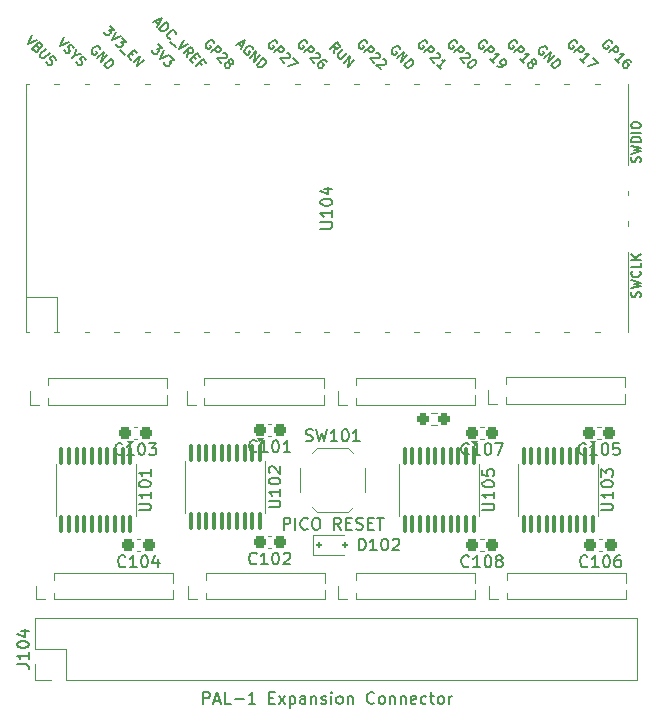
<source format=gbr>
%TF.GenerationSoftware,KiCad,Pcbnew,8.0.0*%
%TF.CreationDate,2024-03-20T19:05:42-04:00*%
%TF.ProjectId,level-shifted,6c657665-6c2d-4736-9869-667465642e6b,rev?*%
%TF.SameCoordinates,Original*%
%TF.FileFunction,Legend,Top*%
%TF.FilePolarity,Positive*%
%FSLAX46Y46*%
G04 Gerber Fmt 4.6, Leading zero omitted, Abs format (unit mm)*
G04 Created by KiCad (PCBNEW 8.0.0) date 2024-03-20 19:05:42*
%MOMM*%
%LPD*%
G01*
G04 APERTURE LIST*
G04 Aperture macros list*
%AMRoundRect*
0 Rectangle with rounded corners*
0 $1 Rounding radius*
0 $2 $3 $4 $5 $6 $7 $8 $9 X,Y pos of 4 corners*
0 Add a 4 corners polygon primitive as box body*
4,1,4,$2,$3,$4,$5,$6,$7,$8,$9,$2,$3,0*
0 Add four circle primitives for the rounded corners*
1,1,$1+$1,$2,$3*
1,1,$1+$1,$4,$5*
1,1,$1+$1,$6,$7*
1,1,$1+$1,$8,$9*
0 Add four rect primitives between the rounded corners*
20,1,$1+$1,$2,$3,$4,$5,0*
20,1,$1+$1,$4,$5,$6,$7,0*
20,1,$1+$1,$6,$7,$8,$9,0*
20,1,$1+$1,$8,$9,$2,$3,0*%
G04 Aperture macros list end*
%ADD10C,0.150000*%
%ADD11C,0.120000*%
%ADD12RoundRect,0.237500X0.300000X0.237500X-0.300000X0.237500X-0.300000X-0.237500X0.300000X-0.237500X0*%
%ADD13R,1.000000X1.000000*%
%ADD14O,1.000000X1.000000*%
%ADD15RoundRect,0.100000X-0.100000X0.637500X-0.100000X-0.637500X0.100000X-0.637500X0.100000X0.637500X0*%
%ADD16R,1.000000X0.750000*%
%ADD17RoundRect,0.237500X-0.250000X-0.237500X0.250000X-0.237500X0.250000X0.237500X-0.250000X0.237500X0*%
%ADD18R,1.700000X1.700000*%
%ADD19O,1.700000X1.700000*%
%ADD20RoundRect,0.125000X-0.125000X-0.125000X0.125000X-0.125000X0.125000X0.125000X-0.125000X0.125000X0*%
%ADD21O,1.800000X1.800000*%
%ADD22O,1.500000X1.500000*%
%ADD23R,1.700000X3.500000*%
%ADD24R,3.500000X1.700000*%
G04 APERTURE END LIST*
D10*
X164019452Y-107289580D02*
X163971833Y-107337200D01*
X163971833Y-107337200D02*
X163828976Y-107384819D01*
X163828976Y-107384819D02*
X163733738Y-107384819D01*
X163733738Y-107384819D02*
X163590881Y-107337200D01*
X163590881Y-107337200D02*
X163495643Y-107241961D01*
X163495643Y-107241961D02*
X163448024Y-107146723D01*
X163448024Y-107146723D02*
X163400405Y-106956247D01*
X163400405Y-106956247D02*
X163400405Y-106813390D01*
X163400405Y-106813390D02*
X163448024Y-106622914D01*
X163448024Y-106622914D02*
X163495643Y-106527676D01*
X163495643Y-106527676D02*
X163590881Y-106432438D01*
X163590881Y-106432438D02*
X163733738Y-106384819D01*
X163733738Y-106384819D02*
X163828976Y-106384819D01*
X163828976Y-106384819D02*
X163971833Y-106432438D01*
X163971833Y-106432438D02*
X164019452Y-106480057D01*
X164971833Y-107384819D02*
X164400405Y-107384819D01*
X164686119Y-107384819D02*
X164686119Y-106384819D01*
X164686119Y-106384819D02*
X164590881Y-106527676D01*
X164590881Y-106527676D02*
X164495643Y-106622914D01*
X164495643Y-106622914D02*
X164400405Y-106670533D01*
X165590881Y-106384819D02*
X165686119Y-106384819D01*
X165686119Y-106384819D02*
X165781357Y-106432438D01*
X165781357Y-106432438D02*
X165828976Y-106480057D01*
X165828976Y-106480057D02*
X165876595Y-106575295D01*
X165876595Y-106575295D02*
X165924214Y-106765771D01*
X165924214Y-106765771D02*
X165924214Y-107003866D01*
X165924214Y-107003866D02*
X165876595Y-107194342D01*
X165876595Y-107194342D02*
X165828976Y-107289580D01*
X165828976Y-107289580D02*
X165781357Y-107337200D01*
X165781357Y-107337200D02*
X165686119Y-107384819D01*
X165686119Y-107384819D02*
X165590881Y-107384819D01*
X165590881Y-107384819D02*
X165495643Y-107337200D01*
X165495643Y-107337200D02*
X165448024Y-107289580D01*
X165448024Y-107289580D02*
X165400405Y-107194342D01*
X165400405Y-107194342D02*
X165352786Y-107003866D01*
X165352786Y-107003866D02*
X165352786Y-106765771D01*
X165352786Y-106765771D02*
X165400405Y-106575295D01*
X165400405Y-106575295D02*
X165448024Y-106480057D01*
X165448024Y-106480057D02*
X165495643Y-106432438D01*
X165495643Y-106432438D02*
X165590881Y-106384819D01*
X166495643Y-106813390D02*
X166400405Y-106765771D01*
X166400405Y-106765771D02*
X166352786Y-106718152D01*
X166352786Y-106718152D02*
X166305167Y-106622914D01*
X166305167Y-106622914D02*
X166305167Y-106575295D01*
X166305167Y-106575295D02*
X166352786Y-106480057D01*
X166352786Y-106480057D02*
X166400405Y-106432438D01*
X166400405Y-106432438D02*
X166495643Y-106384819D01*
X166495643Y-106384819D02*
X166686119Y-106384819D01*
X166686119Y-106384819D02*
X166781357Y-106432438D01*
X166781357Y-106432438D02*
X166828976Y-106480057D01*
X166828976Y-106480057D02*
X166876595Y-106575295D01*
X166876595Y-106575295D02*
X166876595Y-106622914D01*
X166876595Y-106622914D02*
X166828976Y-106718152D01*
X166828976Y-106718152D02*
X166781357Y-106765771D01*
X166781357Y-106765771D02*
X166686119Y-106813390D01*
X166686119Y-106813390D02*
X166495643Y-106813390D01*
X166495643Y-106813390D02*
X166400405Y-106861009D01*
X166400405Y-106861009D02*
X166352786Y-106908628D01*
X166352786Y-106908628D02*
X166305167Y-107003866D01*
X166305167Y-107003866D02*
X166305167Y-107194342D01*
X166305167Y-107194342D02*
X166352786Y-107289580D01*
X166352786Y-107289580D02*
X166400405Y-107337200D01*
X166400405Y-107337200D02*
X166495643Y-107384819D01*
X166495643Y-107384819D02*
X166686119Y-107384819D01*
X166686119Y-107384819D02*
X166781357Y-107337200D01*
X166781357Y-107337200D02*
X166828976Y-107289580D01*
X166828976Y-107289580D02*
X166876595Y-107194342D01*
X166876595Y-107194342D02*
X166876595Y-107003866D01*
X166876595Y-107003866D02*
X166828976Y-106908628D01*
X166828976Y-106908628D02*
X166781357Y-106861009D01*
X166781357Y-106861009D02*
X166686119Y-106813390D01*
X164019452Y-97789580D02*
X163971833Y-97837200D01*
X163971833Y-97837200D02*
X163828976Y-97884819D01*
X163828976Y-97884819D02*
X163733738Y-97884819D01*
X163733738Y-97884819D02*
X163590881Y-97837200D01*
X163590881Y-97837200D02*
X163495643Y-97741961D01*
X163495643Y-97741961D02*
X163448024Y-97646723D01*
X163448024Y-97646723D02*
X163400405Y-97456247D01*
X163400405Y-97456247D02*
X163400405Y-97313390D01*
X163400405Y-97313390D02*
X163448024Y-97122914D01*
X163448024Y-97122914D02*
X163495643Y-97027676D01*
X163495643Y-97027676D02*
X163590881Y-96932438D01*
X163590881Y-96932438D02*
X163733738Y-96884819D01*
X163733738Y-96884819D02*
X163828976Y-96884819D01*
X163828976Y-96884819D02*
X163971833Y-96932438D01*
X163971833Y-96932438D02*
X164019452Y-96980057D01*
X164971833Y-97884819D02*
X164400405Y-97884819D01*
X164686119Y-97884819D02*
X164686119Y-96884819D01*
X164686119Y-96884819D02*
X164590881Y-97027676D01*
X164590881Y-97027676D02*
X164495643Y-97122914D01*
X164495643Y-97122914D02*
X164400405Y-97170533D01*
X165590881Y-96884819D02*
X165686119Y-96884819D01*
X165686119Y-96884819D02*
X165781357Y-96932438D01*
X165781357Y-96932438D02*
X165828976Y-96980057D01*
X165828976Y-96980057D02*
X165876595Y-97075295D01*
X165876595Y-97075295D02*
X165924214Y-97265771D01*
X165924214Y-97265771D02*
X165924214Y-97503866D01*
X165924214Y-97503866D02*
X165876595Y-97694342D01*
X165876595Y-97694342D02*
X165828976Y-97789580D01*
X165828976Y-97789580D02*
X165781357Y-97837200D01*
X165781357Y-97837200D02*
X165686119Y-97884819D01*
X165686119Y-97884819D02*
X165590881Y-97884819D01*
X165590881Y-97884819D02*
X165495643Y-97837200D01*
X165495643Y-97837200D02*
X165448024Y-97789580D01*
X165448024Y-97789580D02*
X165400405Y-97694342D01*
X165400405Y-97694342D02*
X165352786Y-97503866D01*
X165352786Y-97503866D02*
X165352786Y-97265771D01*
X165352786Y-97265771D02*
X165400405Y-97075295D01*
X165400405Y-97075295D02*
X165448024Y-96980057D01*
X165448024Y-96980057D02*
X165495643Y-96932438D01*
X165495643Y-96932438D02*
X165590881Y-96884819D01*
X166257548Y-96884819D02*
X166924214Y-96884819D01*
X166924214Y-96884819D02*
X166495643Y-97884819D01*
X174060652Y-107289580D02*
X174013033Y-107337200D01*
X174013033Y-107337200D02*
X173870176Y-107384819D01*
X173870176Y-107384819D02*
X173774938Y-107384819D01*
X173774938Y-107384819D02*
X173632081Y-107337200D01*
X173632081Y-107337200D02*
X173536843Y-107241961D01*
X173536843Y-107241961D02*
X173489224Y-107146723D01*
X173489224Y-107146723D02*
X173441605Y-106956247D01*
X173441605Y-106956247D02*
X173441605Y-106813390D01*
X173441605Y-106813390D02*
X173489224Y-106622914D01*
X173489224Y-106622914D02*
X173536843Y-106527676D01*
X173536843Y-106527676D02*
X173632081Y-106432438D01*
X173632081Y-106432438D02*
X173774938Y-106384819D01*
X173774938Y-106384819D02*
X173870176Y-106384819D01*
X173870176Y-106384819D02*
X174013033Y-106432438D01*
X174013033Y-106432438D02*
X174060652Y-106480057D01*
X175013033Y-107384819D02*
X174441605Y-107384819D01*
X174727319Y-107384819D02*
X174727319Y-106384819D01*
X174727319Y-106384819D02*
X174632081Y-106527676D01*
X174632081Y-106527676D02*
X174536843Y-106622914D01*
X174536843Y-106622914D02*
X174441605Y-106670533D01*
X175632081Y-106384819D02*
X175727319Y-106384819D01*
X175727319Y-106384819D02*
X175822557Y-106432438D01*
X175822557Y-106432438D02*
X175870176Y-106480057D01*
X175870176Y-106480057D02*
X175917795Y-106575295D01*
X175917795Y-106575295D02*
X175965414Y-106765771D01*
X175965414Y-106765771D02*
X175965414Y-107003866D01*
X175965414Y-107003866D02*
X175917795Y-107194342D01*
X175917795Y-107194342D02*
X175870176Y-107289580D01*
X175870176Y-107289580D02*
X175822557Y-107337200D01*
X175822557Y-107337200D02*
X175727319Y-107384819D01*
X175727319Y-107384819D02*
X175632081Y-107384819D01*
X175632081Y-107384819D02*
X175536843Y-107337200D01*
X175536843Y-107337200D02*
X175489224Y-107289580D01*
X175489224Y-107289580D02*
X175441605Y-107194342D01*
X175441605Y-107194342D02*
X175393986Y-107003866D01*
X175393986Y-107003866D02*
X175393986Y-106765771D01*
X175393986Y-106765771D02*
X175441605Y-106575295D01*
X175441605Y-106575295D02*
X175489224Y-106480057D01*
X175489224Y-106480057D02*
X175536843Y-106432438D01*
X175536843Y-106432438D02*
X175632081Y-106384819D01*
X176822557Y-106384819D02*
X176632081Y-106384819D01*
X176632081Y-106384819D02*
X176536843Y-106432438D01*
X176536843Y-106432438D02*
X176489224Y-106480057D01*
X176489224Y-106480057D02*
X176393986Y-106622914D01*
X176393986Y-106622914D02*
X176346367Y-106813390D01*
X176346367Y-106813390D02*
X176346367Y-107194342D01*
X176346367Y-107194342D02*
X176393986Y-107289580D01*
X176393986Y-107289580D02*
X176441605Y-107337200D01*
X176441605Y-107337200D02*
X176536843Y-107384819D01*
X176536843Y-107384819D02*
X176727319Y-107384819D01*
X176727319Y-107384819D02*
X176822557Y-107337200D01*
X176822557Y-107337200D02*
X176870176Y-107289580D01*
X176870176Y-107289580D02*
X176917795Y-107194342D01*
X176917795Y-107194342D02*
X176917795Y-106956247D01*
X176917795Y-106956247D02*
X176870176Y-106861009D01*
X176870176Y-106861009D02*
X176822557Y-106813390D01*
X176822557Y-106813390D02*
X176727319Y-106765771D01*
X176727319Y-106765771D02*
X176536843Y-106765771D01*
X176536843Y-106765771D02*
X176441605Y-106813390D01*
X176441605Y-106813390D02*
X176393986Y-106861009D01*
X176393986Y-106861009D02*
X176346367Y-106956247D01*
X173933152Y-97789580D02*
X173885533Y-97837200D01*
X173885533Y-97837200D02*
X173742676Y-97884819D01*
X173742676Y-97884819D02*
X173647438Y-97884819D01*
X173647438Y-97884819D02*
X173504581Y-97837200D01*
X173504581Y-97837200D02*
X173409343Y-97741961D01*
X173409343Y-97741961D02*
X173361724Y-97646723D01*
X173361724Y-97646723D02*
X173314105Y-97456247D01*
X173314105Y-97456247D02*
X173314105Y-97313390D01*
X173314105Y-97313390D02*
X173361724Y-97122914D01*
X173361724Y-97122914D02*
X173409343Y-97027676D01*
X173409343Y-97027676D02*
X173504581Y-96932438D01*
X173504581Y-96932438D02*
X173647438Y-96884819D01*
X173647438Y-96884819D02*
X173742676Y-96884819D01*
X173742676Y-96884819D02*
X173885533Y-96932438D01*
X173885533Y-96932438D02*
X173933152Y-96980057D01*
X174885533Y-97884819D02*
X174314105Y-97884819D01*
X174599819Y-97884819D02*
X174599819Y-96884819D01*
X174599819Y-96884819D02*
X174504581Y-97027676D01*
X174504581Y-97027676D02*
X174409343Y-97122914D01*
X174409343Y-97122914D02*
X174314105Y-97170533D01*
X175504581Y-96884819D02*
X175599819Y-96884819D01*
X175599819Y-96884819D02*
X175695057Y-96932438D01*
X175695057Y-96932438D02*
X175742676Y-96980057D01*
X175742676Y-96980057D02*
X175790295Y-97075295D01*
X175790295Y-97075295D02*
X175837914Y-97265771D01*
X175837914Y-97265771D02*
X175837914Y-97503866D01*
X175837914Y-97503866D02*
X175790295Y-97694342D01*
X175790295Y-97694342D02*
X175742676Y-97789580D01*
X175742676Y-97789580D02*
X175695057Y-97837200D01*
X175695057Y-97837200D02*
X175599819Y-97884819D01*
X175599819Y-97884819D02*
X175504581Y-97884819D01*
X175504581Y-97884819D02*
X175409343Y-97837200D01*
X175409343Y-97837200D02*
X175361724Y-97789580D01*
X175361724Y-97789580D02*
X175314105Y-97694342D01*
X175314105Y-97694342D02*
X175266486Y-97503866D01*
X175266486Y-97503866D02*
X175266486Y-97265771D01*
X175266486Y-97265771D02*
X175314105Y-97075295D01*
X175314105Y-97075295D02*
X175361724Y-96980057D01*
X175361724Y-96980057D02*
X175409343Y-96932438D01*
X175409343Y-96932438D02*
X175504581Y-96884819D01*
X176742676Y-96884819D02*
X176266486Y-96884819D01*
X176266486Y-96884819D02*
X176218867Y-97361009D01*
X176218867Y-97361009D02*
X176266486Y-97313390D01*
X176266486Y-97313390D02*
X176361724Y-97265771D01*
X176361724Y-97265771D02*
X176599819Y-97265771D01*
X176599819Y-97265771D02*
X176695057Y-97313390D01*
X176695057Y-97313390D02*
X176742676Y-97361009D01*
X176742676Y-97361009D02*
X176790295Y-97456247D01*
X176790295Y-97456247D02*
X176790295Y-97694342D01*
X176790295Y-97694342D02*
X176742676Y-97789580D01*
X176742676Y-97789580D02*
X176695057Y-97837200D01*
X176695057Y-97837200D02*
X176599819Y-97884819D01*
X176599819Y-97884819D02*
X176361724Y-97884819D01*
X176361724Y-97884819D02*
X176266486Y-97837200D01*
X176266486Y-97837200D02*
X176218867Y-97789580D01*
X134941452Y-107289580D02*
X134893833Y-107337200D01*
X134893833Y-107337200D02*
X134750976Y-107384819D01*
X134750976Y-107384819D02*
X134655738Y-107384819D01*
X134655738Y-107384819D02*
X134512881Y-107337200D01*
X134512881Y-107337200D02*
X134417643Y-107241961D01*
X134417643Y-107241961D02*
X134370024Y-107146723D01*
X134370024Y-107146723D02*
X134322405Y-106956247D01*
X134322405Y-106956247D02*
X134322405Y-106813390D01*
X134322405Y-106813390D02*
X134370024Y-106622914D01*
X134370024Y-106622914D02*
X134417643Y-106527676D01*
X134417643Y-106527676D02*
X134512881Y-106432438D01*
X134512881Y-106432438D02*
X134655738Y-106384819D01*
X134655738Y-106384819D02*
X134750976Y-106384819D01*
X134750976Y-106384819D02*
X134893833Y-106432438D01*
X134893833Y-106432438D02*
X134941452Y-106480057D01*
X135893833Y-107384819D02*
X135322405Y-107384819D01*
X135608119Y-107384819D02*
X135608119Y-106384819D01*
X135608119Y-106384819D02*
X135512881Y-106527676D01*
X135512881Y-106527676D02*
X135417643Y-106622914D01*
X135417643Y-106622914D02*
X135322405Y-106670533D01*
X136512881Y-106384819D02*
X136608119Y-106384819D01*
X136608119Y-106384819D02*
X136703357Y-106432438D01*
X136703357Y-106432438D02*
X136750976Y-106480057D01*
X136750976Y-106480057D02*
X136798595Y-106575295D01*
X136798595Y-106575295D02*
X136846214Y-106765771D01*
X136846214Y-106765771D02*
X136846214Y-107003866D01*
X136846214Y-107003866D02*
X136798595Y-107194342D01*
X136798595Y-107194342D02*
X136750976Y-107289580D01*
X136750976Y-107289580D02*
X136703357Y-107337200D01*
X136703357Y-107337200D02*
X136608119Y-107384819D01*
X136608119Y-107384819D02*
X136512881Y-107384819D01*
X136512881Y-107384819D02*
X136417643Y-107337200D01*
X136417643Y-107337200D02*
X136370024Y-107289580D01*
X136370024Y-107289580D02*
X136322405Y-107194342D01*
X136322405Y-107194342D02*
X136274786Y-107003866D01*
X136274786Y-107003866D02*
X136274786Y-106765771D01*
X136274786Y-106765771D02*
X136322405Y-106575295D01*
X136322405Y-106575295D02*
X136370024Y-106480057D01*
X136370024Y-106480057D02*
X136417643Y-106432438D01*
X136417643Y-106432438D02*
X136512881Y-106384819D01*
X137703357Y-106718152D02*
X137703357Y-107384819D01*
X137465262Y-106337200D02*
X137227167Y-107051485D01*
X137227167Y-107051485D02*
X137846214Y-107051485D01*
X134686452Y-97789580D02*
X134638833Y-97837200D01*
X134638833Y-97837200D02*
X134495976Y-97884819D01*
X134495976Y-97884819D02*
X134400738Y-97884819D01*
X134400738Y-97884819D02*
X134257881Y-97837200D01*
X134257881Y-97837200D02*
X134162643Y-97741961D01*
X134162643Y-97741961D02*
X134115024Y-97646723D01*
X134115024Y-97646723D02*
X134067405Y-97456247D01*
X134067405Y-97456247D02*
X134067405Y-97313390D01*
X134067405Y-97313390D02*
X134115024Y-97122914D01*
X134115024Y-97122914D02*
X134162643Y-97027676D01*
X134162643Y-97027676D02*
X134257881Y-96932438D01*
X134257881Y-96932438D02*
X134400738Y-96884819D01*
X134400738Y-96884819D02*
X134495976Y-96884819D01*
X134495976Y-96884819D02*
X134638833Y-96932438D01*
X134638833Y-96932438D02*
X134686452Y-96980057D01*
X135638833Y-97884819D02*
X135067405Y-97884819D01*
X135353119Y-97884819D02*
X135353119Y-96884819D01*
X135353119Y-96884819D02*
X135257881Y-97027676D01*
X135257881Y-97027676D02*
X135162643Y-97122914D01*
X135162643Y-97122914D02*
X135067405Y-97170533D01*
X136257881Y-96884819D02*
X136353119Y-96884819D01*
X136353119Y-96884819D02*
X136448357Y-96932438D01*
X136448357Y-96932438D02*
X136495976Y-96980057D01*
X136495976Y-96980057D02*
X136543595Y-97075295D01*
X136543595Y-97075295D02*
X136591214Y-97265771D01*
X136591214Y-97265771D02*
X136591214Y-97503866D01*
X136591214Y-97503866D02*
X136543595Y-97694342D01*
X136543595Y-97694342D02*
X136495976Y-97789580D01*
X136495976Y-97789580D02*
X136448357Y-97837200D01*
X136448357Y-97837200D02*
X136353119Y-97884819D01*
X136353119Y-97884819D02*
X136257881Y-97884819D01*
X136257881Y-97884819D02*
X136162643Y-97837200D01*
X136162643Y-97837200D02*
X136115024Y-97789580D01*
X136115024Y-97789580D02*
X136067405Y-97694342D01*
X136067405Y-97694342D02*
X136019786Y-97503866D01*
X136019786Y-97503866D02*
X136019786Y-97265771D01*
X136019786Y-97265771D02*
X136067405Y-97075295D01*
X136067405Y-97075295D02*
X136115024Y-96980057D01*
X136115024Y-96980057D02*
X136162643Y-96932438D01*
X136162643Y-96932438D02*
X136257881Y-96884819D01*
X136924548Y-96884819D02*
X137543595Y-96884819D01*
X137543595Y-96884819D02*
X137210262Y-97265771D01*
X137210262Y-97265771D02*
X137353119Y-97265771D01*
X137353119Y-97265771D02*
X137448357Y-97313390D01*
X137448357Y-97313390D02*
X137495976Y-97361009D01*
X137495976Y-97361009D02*
X137543595Y-97456247D01*
X137543595Y-97456247D02*
X137543595Y-97694342D01*
X137543595Y-97694342D02*
X137495976Y-97789580D01*
X137495976Y-97789580D02*
X137448357Y-97837200D01*
X137448357Y-97837200D02*
X137353119Y-97884819D01*
X137353119Y-97884819D02*
X137067405Y-97884819D01*
X137067405Y-97884819D02*
X136972167Y-97837200D01*
X136972167Y-97837200D02*
X136924548Y-97789580D01*
X146045152Y-107043580D02*
X145997533Y-107091200D01*
X145997533Y-107091200D02*
X145854676Y-107138819D01*
X145854676Y-107138819D02*
X145759438Y-107138819D01*
X145759438Y-107138819D02*
X145616581Y-107091200D01*
X145616581Y-107091200D02*
X145521343Y-106995961D01*
X145521343Y-106995961D02*
X145473724Y-106900723D01*
X145473724Y-106900723D02*
X145426105Y-106710247D01*
X145426105Y-106710247D02*
X145426105Y-106567390D01*
X145426105Y-106567390D02*
X145473724Y-106376914D01*
X145473724Y-106376914D02*
X145521343Y-106281676D01*
X145521343Y-106281676D02*
X145616581Y-106186438D01*
X145616581Y-106186438D02*
X145759438Y-106138819D01*
X145759438Y-106138819D02*
X145854676Y-106138819D01*
X145854676Y-106138819D02*
X145997533Y-106186438D01*
X145997533Y-106186438D02*
X146045152Y-106234057D01*
X146997533Y-107138819D02*
X146426105Y-107138819D01*
X146711819Y-107138819D02*
X146711819Y-106138819D01*
X146711819Y-106138819D02*
X146616581Y-106281676D01*
X146616581Y-106281676D02*
X146521343Y-106376914D01*
X146521343Y-106376914D02*
X146426105Y-106424533D01*
X147616581Y-106138819D02*
X147711819Y-106138819D01*
X147711819Y-106138819D02*
X147807057Y-106186438D01*
X147807057Y-106186438D02*
X147854676Y-106234057D01*
X147854676Y-106234057D02*
X147902295Y-106329295D01*
X147902295Y-106329295D02*
X147949914Y-106519771D01*
X147949914Y-106519771D02*
X147949914Y-106757866D01*
X147949914Y-106757866D02*
X147902295Y-106948342D01*
X147902295Y-106948342D02*
X147854676Y-107043580D01*
X147854676Y-107043580D02*
X147807057Y-107091200D01*
X147807057Y-107091200D02*
X147711819Y-107138819D01*
X147711819Y-107138819D02*
X147616581Y-107138819D01*
X147616581Y-107138819D02*
X147521343Y-107091200D01*
X147521343Y-107091200D02*
X147473724Y-107043580D01*
X147473724Y-107043580D02*
X147426105Y-106948342D01*
X147426105Y-106948342D02*
X147378486Y-106757866D01*
X147378486Y-106757866D02*
X147378486Y-106519771D01*
X147378486Y-106519771D02*
X147426105Y-106329295D01*
X147426105Y-106329295D02*
X147473724Y-106234057D01*
X147473724Y-106234057D02*
X147521343Y-106186438D01*
X147521343Y-106186438D02*
X147616581Y-106138819D01*
X148330867Y-106234057D02*
X148378486Y-106186438D01*
X148378486Y-106186438D02*
X148473724Y-106138819D01*
X148473724Y-106138819D02*
X148711819Y-106138819D01*
X148711819Y-106138819D02*
X148807057Y-106186438D01*
X148807057Y-106186438D02*
X148854676Y-106234057D01*
X148854676Y-106234057D02*
X148902295Y-106329295D01*
X148902295Y-106329295D02*
X148902295Y-106424533D01*
X148902295Y-106424533D02*
X148854676Y-106567390D01*
X148854676Y-106567390D02*
X148283248Y-107138819D01*
X148283248Y-107138819D02*
X148902295Y-107138819D01*
X146045152Y-97543580D02*
X145997533Y-97591200D01*
X145997533Y-97591200D02*
X145854676Y-97638819D01*
X145854676Y-97638819D02*
X145759438Y-97638819D01*
X145759438Y-97638819D02*
X145616581Y-97591200D01*
X145616581Y-97591200D02*
X145521343Y-97495961D01*
X145521343Y-97495961D02*
X145473724Y-97400723D01*
X145473724Y-97400723D02*
X145426105Y-97210247D01*
X145426105Y-97210247D02*
X145426105Y-97067390D01*
X145426105Y-97067390D02*
X145473724Y-96876914D01*
X145473724Y-96876914D02*
X145521343Y-96781676D01*
X145521343Y-96781676D02*
X145616581Y-96686438D01*
X145616581Y-96686438D02*
X145759438Y-96638819D01*
X145759438Y-96638819D02*
X145854676Y-96638819D01*
X145854676Y-96638819D02*
X145997533Y-96686438D01*
X145997533Y-96686438D02*
X146045152Y-96734057D01*
X146997533Y-97638819D02*
X146426105Y-97638819D01*
X146711819Y-97638819D02*
X146711819Y-96638819D01*
X146711819Y-96638819D02*
X146616581Y-96781676D01*
X146616581Y-96781676D02*
X146521343Y-96876914D01*
X146521343Y-96876914D02*
X146426105Y-96924533D01*
X147616581Y-96638819D02*
X147711819Y-96638819D01*
X147711819Y-96638819D02*
X147807057Y-96686438D01*
X147807057Y-96686438D02*
X147854676Y-96734057D01*
X147854676Y-96734057D02*
X147902295Y-96829295D01*
X147902295Y-96829295D02*
X147949914Y-97019771D01*
X147949914Y-97019771D02*
X147949914Y-97257866D01*
X147949914Y-97257866D02*
X147902295Y-97448342D01*
X147902295Y-97448342D02*
X147854676Y-97543580D01*
X147854676Y-97543580D02*
X147807057Y-97591200D01*
X147807057Y-97591200D02*
X147711819Y-97638819D01*
X147711819Y-97638819D02*
X147616581Y-97638819D01*
X147616581Y-97638819D02*
X147521343Y-97591200D01*
X147521343Y-97591200D02*
X147473724Y-97543580D01*
X147473724Y-97543580D02*
X147426105Y-97448342D01*
X147426105Y-97448342D02*
X147378486Y-97257866D01*
X147378486Y-97257866D02*
X147378486Y-97019771D01*
X147378486Y-97019771D02*
X147426105Y-96829295D01*
X147426105Y-96829295D02*
X147473724Y-96734057D01*
X147473724Y-96734057D02*
X147521343Y-96686438D01*
X147521343Y-96686438D02*
X147616581Y-96638819D01*
X148902295Y-97638819D02*
X148330867Y-97638819D01*
X148616581Y-97638819D02*
X148616581Y-96638819D01*
X148616581Y-96638819D02*
X148521343Y-96781676D01*
X148521343Y-96781676D02*
X148426105Y-96876914D01*
X148426105Y-96876914D02*
X148330867Y-96924533D01*
X175229819Y-102560785D02*
X176039342Y-102560785D01*
X176039342Y-102560785D02*
X176134580Y-102513166D01*
X176134580Y-102513166D02*
X176182200Y-102465547D01*
X176182200Y-102465547D02*
X176229819Y-102370309D01*
X176229819Y-102370309D02*
X176229819Y-102179833D01*
X176229819Y-102179833D02*
X176182200Y-102084595D01*
X176182200Y-102084595D02*
X176134580Y-102036976D01*
X176134580Y-102036976D02*
X176039342Y-101989357D01*
X176039342Y-101989357D02*
X175229819Y-101989357D01*
X176229819Y-100989357D02*
X176229819Y-101560785D01*
X176229819Y-101275071D02*
X175229819Y-101275071D01*
X175229819Y-101275071D02*
X175372676Y-101370309D01*
X175372676Y-101370309D02*
X175467914Y-101465547D01*
X175467914Y-101465547D02*
X175515533Y-101560785D01*
X175229819Y-100370309D02*
X175229819Y-100275071D01*
X175229819Y-100275071D02*
X175277438Y-100179833D01*
X175277438Y-100179833D02*
X175325057Y-100132214D01*
X175325057Y-100132214D02*
X175420295Y-100084595D01*
X175420295Y-100084595D02*
X175610771Y-100036976D01*
X175610771Y-100036976D02*
X175848866Y-100036976D01*
X175848866Y-100036976D02*
X176039342Y-100084595D01*
X176039342Y-100084595D02*
X176134580Y-100132214D01*
X176134580Y-100132214D02*
X176182200Y-100179833D01*
X176182200Y-100179833D02*
X176229819Y-100275071D01*
X176229819Y-100275071D02*
X176229819Y-100370309D01*
X176229819Y-100370309D02*
X176182200Y-100465547D01*
X176182200Y-100465547D02*
X176134580Y-100513166D01*
X176134580Y-100513166D02*
X176039342Y-100560785D01*
X176039342Y-100560785D02*
X175848866Y-100608404D01*
X175848866Y-100608404D02*
X175610771Y-100608404D01*
X175610771Y-100608404D02*
X175420295Y-100560785D01*
X175420295Y-100560785D02*
X175325057Y-100513166D01*
X175325057Y-100513166D02*
X175277438Y-100465547D01*
X175277438Y-100465547D02*
X175229819Y-100370309D01*
X175229819Y-99703642D02*
X175229819Y-99084595D01*
X175229819Y-99084595D02*
X175610771Y-99417928D01*
X175610771Y-99417928D02*
X175610771Y-99275071D01*
X175610771Y-99275071D02*
X175658390Y-99179833D01*
X175658390Y-99179833D02*
X175706009Y-99132214D01*
X175706009Y-99132214D02*
X175801247Y-99084595D01*
X175801247Y-99084595D02*
X176039342Y-99084595D01*
X176039342Y-99084595D02*
X176134580Y-99132214D01*
X176134580Y-99132214D02*
X176182200Y-99179833D01*
X176182200Y-99179833D02*
X176229819Y-99275071D01*
X176229819Y-99275071D02*
X176229819Y-99560785D01*
X176229819Y-99560785D02*
X176182200Y-99656023D01*
X176182200Y-99656023D02*
X176134580Y-99703642D01*
X150214286Y-96657200D02*
X150357143Y-96704819D01*
X150357143Y-96704819D02*
X150595238Y-96704819D01*
X150595238Y-96704819D02*
X150690476Y-96657200D01*
X150690476Y-96657200D02*
X150738095Y-96609580D01*
X150738095Y-96609580D02*
X150785714Y-96514342D01*
X150785714Y-96514342D02*
X150785714Y-96419104D01*
X150785714Y-96419104D02*
X150738095Y-96323866D01*
X150738095Y-96323866D02*
X150690476Y-96276247D01*
X150690476Y-96276247D02*
X150595238Y-96228628D01*
X150595238Y-96228628D02*
X150404762Y-96181009D01*
X150404762Y-96181009D02*
X150309524Y-96133390D01*
X150309524Y-96133390D02*
X150261905Y-96085771D01*
X150261905Y-96085771D02*
X150214286Y-95990533D01*
X150214286Y-95990533D02*
X150214286Y-95895295D01*
X150214286Y-95895295D02*
X150261905Y-95800057D01*
X150261905Y-95800057D02*
X150309524Y-95752438D01*
X150309524Y-95752438D02*
X150404762Y-95704819D01*
X150404762Y-95704819D02*
X150642857Y-95704819D01*
X150642857Y-95704819D02*
X150785714Y-95752438D01*
X151119048Y-95704819D02*
X151357143Y-96704819D01*
X151357143Y-96704819D02*
X151547619Y-95990533D01*
X151547619Y-95990533D02*
X151738095Y-96704819D01*
X151738095Y-96704819D02*
X151976191Y-95704819D01*
X152880952Y-96704819D02*
X152309524Y-96704819D01*
X152595238Y-96704819D02*
X152595238Y-95704819D01*
X152595238Y-95704819D02*
X152500000Y-95847676D01*
X152500000Y-95847676D02*
X152404762Y-95942914D01*
X152404762Y-95942914D02*
X152309524Y-95990533D01*
X153500000Y-95704819D02*
X153595238Y-95704819D01*
X153595238Y-95704819D02*
X153690476Y-95752438D01*
X153690476Y-95752438D02*
X153738095Y-95800057D01*
X153738095Y-95800057D02*
X153785714Y-95895295D01*
X153785714Y-95895295D02*
X153833333Y-96085771D01*
X153833333Y-96085771D02*
X153833333Y-96323866D01*
X153833333Y-96323866D02*
X153785714Y-96514342D01*
X153785714Y-96514342D02*
X153738095Y-96609580D01*
X153738095Y-96609580D02*
X153690476Y-96657200D01*
X153690476Y-96657200D02*
X153595238Y-96704819D01*
X153595238Y-96704819D02*
X153500000Y-96704819D01*
X153500000Y-96704819D02*
X153404762Y-96657200D01*
X153404762Y-96657200D02*
X153357143Y-96609580D01*
X153357143Y-96609580D02*
X153309524Y-96514342D01*
X153309524Y-96514342D02*
X153261905Y-96323866D01*
X153261905Y-96323866D02*
X153261905Y-96085771D01*
X153261905Y-96085771D02*
X153309524Y-95895295D01*
X153309524Y-95895295D02*
X153357143Y-95800057D01*
X153357143Y-95800057D02*
X153404762Y-95752438D01*
X153404762Y-95752438D02*
X153500000Y-95704819D01*
X154785714Y-96704819D02*
X154214286Y-96704819D01*
X154500000Y-96704819D02*
X154500000Y-95704819D01*
X154500000Y-95704819D02*
X154404762Y-95847676D01*
X154404762Y-95847676D02*
X154309524Y-95942914D01*
X154309524Y-95942914D02*
X154214286Y-95990533D01*
X148333333Y-104204819D02*
X148333333Y-103204819D01*
X148333333Y-103204819D02*
X148714285Y-103204819D01*
X148714285Y-103204819D02*
X148809523Y-103252438D01*
X148809523Y-103252438D02*
X148857142Y-103300057D01*
X148857142Y-103300057D02*
X148904761Y-103395295D01*
X148904761Y-103395295D02*
X148904761Y-103538152D01*
X148904761Y-103538152D02*
X148857142Y-103633390D01*
X148857142Y-103633390D02*
X148809523Y-103681009D01*
X148809523Y-103681009D02*
X148714285Y-103728628D01*
X148714285Y-103728628D02*
X148333333Y-103728628D01*
X149333333Y-104204819D02*
X149333333Y-103204819D01*
X150380951Y-104109580D02*
X150333332Y-104157200D01*
X150333332Y-104157200D02*
X150190475Y-104204819D01*
X150190475Y-104204819D02*
X150095237Y-104204819D01*
X150095237Y-104204819D02*
X149952380Y-104157200D01*
X149952380Y-104157200D02*
X149857142Y-104061961D01*
X149857142Y-104061961D02*
X149809523Y-103966723D01*
X149809523Y-103966723D02*
X149761904Y-103776247D01*
X149761904Y-103776247D02*
X149761904Y-103633390D01*
X149761904Y-103633390D02*
X149809523Y-103442914D01*
X149809523Y-103442914D02*
X149857142Y-103347676D01*
X149857142Y-103347676D02*
X149952380Y-103252438D01*
X149952380Y-103252438D02*
X150095237Y-103204819D01*
X150095237Y-103204819D02*
X150190475Y-103204819D01*
X150190475Y-103204819D02*
X150333332Y-103252438D01*
X150333332Y-103252438D02*
X150380951Y-103300057D01*
X150999999Y-103204819D02*
X151190475Y-103204819D01*
X151190475Y-103204819D02*
X151285713Y-103252438D01*
X151285713Y-103252438D02*
X151380951Y-103347676D01*
X151380951Y-103347676D02*
X151428570Y-103538152D01*
X151428570Y-103538152D02*
X151428570Y-103871485D01*
X151428570Y-103871485D02*
X151380951Y-104061961D01*
X151380951Y-104061961D02*
X151285713Y-104157200D01*
X151285713Y-104157200D02*
X151190475Y-104204819D01*
X151190475Y-104204819D02*
X150999999Y-104204819D01*
X150999999Y-104204819D02*
X150904761Y-104157200D01*
X150904761Y-104157200D02*
X150809523Y-104061961D01*
X150809523Y-104061961D02*
X150761904Y-103871485D01*
X150761904Y-103871485D02*
X150761904Y-103538152D01*
X150761904Y-103538152D02*
X150809523Y-103347676D01*
X150809523Y-103347676D02*
X150904761Y-103252438D01*
X150904761Y-103252438D02*
X150999999Y-103204819D01*
X153190475Y-104204819D02*
X152857142Y-103728628D01*
X152619047Y-104204819D02*
X152619047Y-103204819D01*
X152619047Y-103204819D02*
X152999999Y-103204819D01*
X152999999Y-103204819D02*
X153095237Y-103252438D01*
X153095237Y-103252438D02*
X153142856Y-103300057D01*
X153142856Y-103300057D02*
X153190475Y-103395295D01*
X153190475Y-103395295D02*
X153190475Y-103538152D01*
X153190475Y-103538152D02*
X153142856Y-103633390D01*
X153142856Y-103633390D02*
X153095237Y-103681009D01*
X153095237Y-103681009D02*
X152999999Y-103728628D01*
X152999999Y-103728628D02*
X152619047Y-103728628D01*
X153619047Y-103681009D02*
X153952380Y-103681009D01*
X154095237Y-104204819D02*
X153619047Y-104204819D01*
X153619047Y-104204819D02*
X153619047Y-103204819D01*
X153619047Y-103204819D02*
X154095237Y-103204819D01*
X154476190Y-104157200D02*
X154619047Y-104204819D01*
X154619047Y-104204819D02*
X154857142Y-104204819D01*
X154857142Y-104204819D02*
X154952380Y-104157200D01*
X154952380Y-104157200D02*
X154999999Y-104109580D01*
X154999999Y-104109580D02*
X155047618Y-104014342D01*
X155047618Y-104014342D02*
X155047618Y-103919104D01*
X155047618Y-103919104D02*
X154999999Y-103823866D01*
X154999999Y-103823866D02*
X154952380Y-103776247D01*
X154952380Y-103776247D02*
X154857142Y-103728628D01*
X154857142Y-103728628D02*
X154666666Y-103681009D01*
X154666666Y-103681009D02*
X154571428Y-103633390D01*
X154571428Y-103633390D02*
X154523809Y-103585771D01*
X154523809Y-103585771D02*
X154476190Y-103490533D01*
X154476190Y-103490533D02*
X154476190Y-103395295D01*
X154476190Y-103395295D02*
X154523809Y-103300057D01*
X154523809Y-103300057D02*
X154571428Y-103252438D01*
X154571428Y-103252438D02*
X154666666Y-103204819D01*
X154666666Y-103204819D02*
X154904761Y-103204819D01*
X154904761Y-103204819D02*
X155047618Y-103252438D01*
X155476190Y-103681009D02*
X155809523Y-103681009D01*
X155952380Y-104204819D02*
X155476190Y-104204819D01*
X155476190Y-104204819D02*
X155476190Y-103204819D01*
X155476190Y-103204819D02*
X155952380Y-103204819D01*
X156238095Y-103204819D02*
X156809523Y-103204819D01*
X156523809Y-104204819D02*
X156523809Y-103204819D01*
X147069019Y-102314785D02*
X147878542Y-102314785D01*
X147878542Y-102314785D02*
X147973780Y-102267166D01*
X147973780Y-102267166D02*
X148021400Y-102219547D01*
X148021400Y-102219547D02*
X148069019Y-102124309D01*
X148069019Y-102124309D02*
X148069019Y-101933833D01*
X148069019Y-101933833D02*
X148021400Y-101838595D01*
X148021400Y-101838595D02*
X147973780Y-101790976D01*
X147973780Y-101790976D02*
X147878542Y-101743357D01*
X147878542Y-101743357D02*
X147069019Y-101743357D01*
X148069019Y-100743357D02*
X148069019Y-101314785D01*
X148069019Y-101029071D02*
X147069019Y-101029071D01*
X147069019Y-101029071D02*
X147211876Y-101124309D01*
X147211876Y-101124309D02*
X147307114Y-101219547D01*
X147307114Y-101219547D02*
X147354733Y-101314785D01*
X147069019Y-100124309D02*
X147069019Y-100029071D01*
X147069019Y-100029071D02*
X147116638Y-99933833D01*
X147116638Y-99933833D02*
X147164257Y-99886214D01*
X147164257Y-99886214D02*
X147259495Y-99838595D01*
X147259495Y-99838595D02*
X147449971Y-99790976D01*
X147449971Y-99790976D02*
X147688066Y-99790976D01*
X147688066Y-99790976D02*
X147878542Y-99838595D01*
X147878542Y-99838595D02*
X147973780Y-99886214D01*
X147973780Y-99886214D02*
X148021400Y-99933833D01*
X148021400Y-99933833D02*
X148069019Y-100029071D01*
X148069019Y-100029071D02*
X148069019Y-100124309D01*
X148069019Y-100124309D02*
X148021400Y-100219547D01*
X148021400Y-100219547D02*
X147973780Y-100267166D01*
X147973780Y-100267166D02*
X147878542Y-100314785D01*
X147878542Y-100314785D02*
X147688066Y-100362404D01*
X147688066Y-100362404D02*
X147449971Y-100362404D01*
X147449971Y-100362404D02*
X147259495Y-100314785D01*
X147259495Y-100314785D02*
X147164257Y-100267166D01*
X147164257Y-100267166D02*
X147116638Y-100219547D01*
X147116638Y-100219547D02*
X147069019Y-100124309D01*
X147164257Y-99410023D02*
X147116638Y-99362404D01*
X147116638Y-99362404D02*
X147069019Y-99267166D01*
X147069019Y-99267166D02*
X147069019Y-99029071D01*
X147069019Y-99029071D02*
X147116638Y-98933833D01*
X147116638Y-98933833D02*
X147164257Y-98886214D01*
X147164257Y-98886214D02*
X147259495Y-98838595D01*
X147259495Y-98838595D02*
X147354733Y-98838595D01*
X147354733Y-98838595D02*
X147497590Y-98886214D01*
X147497590Y-98886214D02*
X148069019Y-99457642D01*
X148069019Y-99457642D02*
X148069019Y-98838595D01*
X125774819Y-115585714D02*
X126489104Y-115585714D01*
X126489104Y-115585714D02*
X126631961Y-115633333D01*
X126631961Y-115633333D02*
X126727200Y-115728571D01*
X126727200Y-115728571D02*
X126774819Y-115871428D01*
X126774819Y-115871428D02*
X126774819Y-115966666D01*
X126774819Y-114585714D02*
X126774819Y-115157142D01*
X126774819Y-114871428D02*
X125774819Y-114871428D01*
X125774819Y-114871428D02*
X125917676Y-114966666D01*
X125917676Y-114966666D02*
X126012914Y-115061904D01*
X126012914Y-115061904D02*
X126060533Y-115157142D01*
X125774819Y-113966666D02*
X125774819Y-113871428D01*
X125774819Y-113871428D02*
X125822438Y-113776190D01*
X125822438Y-113776190D02*
X125870057Y-113728571D01*
X125870057Y-113728571D02*
X125965295Y-113680952D01*
X125965295Y-113680952D02*
X126155771Y-113633333D01*
X126155771Y-113633333D02*
X126393866Y-113633333D01*
X126393866Y-113633333D02*
X126584342Y-113680952D01*
X126584342Y-113680952D02*
X126679580Y-113728571D01*
X126679580Y-113728571D02*
X126727200Y-113776190D01*
X126727200Y-113776190D02*
X126774819Y-113871428D01*
X126774819Y-113871428D02*
X126774819Y-113966666D01*
X126774819Y-113966666D02*
X126727200Y-114061904D01*
X126727200Y-114061904D02*
X126679580Y-114109523D01*
X126679580Y-114109523D02*
X126584342Y-114157142D01*
X126584342Y-114157142D02*
X126393866Y-114204761D01*
X126393866Y-114204761D02*
X126155771Y-114204761D01*
X126155771Y-114204761D02*
X125965295Y-114157142D01*
X125965295Y-114157142D02*
X125870057Y-114109523D01*
X125870057Y-114109523D02*
X125822438Y-114061904D01*
X125822438Y-114061904D02*
X125774819Y-113966666D01*
X126108152Y-112776190D02*
X126774819Y-112776190D01*
X125727200Y-113014285D02*
X126441485Y-113252380D01*
X126441485Y-113252380D02*
X126441485Y-112633333D01*
X141523808Y-118954819D02*
X141523808Y-117954819D01*
X141523808Y-117954819D02*
X141904760Y-117954819D01*
X141904760Y-117954819D02*
X141999998Y-118002438D01*
X141999998Y-118002438D02*
X142047617Y-118050057D01*
X142047617Y-118050057D02*
X142095236Y-118145295D01*
X142095236Y-118145295D02*
X142095236Y-118288152D01*
X142095236Y-118288152D02*
X142047617Y-118383390D01*
X142047617Y-118383390D02*
X141999998Y-118431009D01*
X141999998Y-118431009D02*
X141904760Y-118478628D01*
X141904760Y-118478628D02*
X141523808Y-118478628D01*
X142476189Y-118669104D02*
X142952379Y-118669104D01*
X142380951Y-118954819D02*
X142714284Y-117954819D01*
X142714284Y-117954819D02*
X143047617Y-118954819D01*
X143857141Y-118954819D02*
X143380951Y-118954819D01*
X143380951Y-118954819D02*
X143380951Y-117954819D01*
X144190475Y-118573866D02*
X144952380Y-118573866D01*
X145952379Y-118954819D02*
X145380951Y-118954819D01*
X145666665Y-118954819D02*
X145666665Y-117954819D01*
X145666665Y-117954819D02*
X145571427Y-118097676D01*
X145571427Y-118097676D02*
X145476189Y-118192914D01*
X145476189Y-118192914D02*
X145380951Y-118240533D01*
X147142856Y-118431009D02*
X147476189Y-118431009D01*
X147619046Y-118954819D02*
X147142856Y-118954819D01*
X147142856Y-118954819D02*
X147142856Y-117954819D01*
X147142856Y-117954819D02*
X147619046Y-117954819D01*
X147952380Y-118954819D02*
X148476189Y-118288152D01*
X147952380Y-118288152D02*
X148476189Y-118954819D01*
X148857142Y-118288152D02*
X148857142Y-119288152D01*
X148857142Y-118335771D02*
X148952380Y-118288152D01*
X148952380Y-118288152D02*
X149142856Y-118288152D01*
X149142856Y-118288152D02*
X149238094Y-118335771D01*
X149238094Y-118335771D02*
X149285713Y-118383390D01*
X149285713Y-118383390D02*
X149333332Y-118478628D01*
X149333332Y-118478628D02*
X149333332Y-118764342D01*
X149333332Y-118764342D02*
X149285713Y-118859580D01*
X149285713Y-118859580D02*
X149238094Y-118907200D01*
X149238094Y-118907200D02*
X149142856Y-118954819D01*
X149142856Y-118954819D02*
X148952380Y-118954819D01*
X148952380Y-118954819D02*
X148857142Y-118907200D01*
X150190475Y-118954819D02*
X150190475Y-118431009D01*
X150190475Y-118431009D02*
X150142856Y-118335771D01*
X150142856Y-118335771D02*
X150047618Y-118288152D01*
X150047618Y-118288152D02*
X149857142Y-118288152D01*
X149857142Y-118288152D02*
X149761904Y-118335771D01*
X150190475Y-118907200D02*
X150095237Y-118954819D01*
X150095237Y-118954819D02*
X149857142Y-118954819D01*
X149857142Y-118954819D02*
X149761904Y-118907200D01*
X149761904Y-118907200D02*
X149714285Y-118811961D01*
X149714285Y-118811961D02*
X149714285Y-118716723D01*
X149714285Y-118716723D02*
X149761904Y-118621485D01*
X149761904Y-118621485D02*
X149857142Y-118573866D01*
X149857142Y-118573866D02*
X150095237Y-118573866D01*
X150095237Y-118573866D02*
X150190475Y-118526247D01*
X150666666Y-118288152D02*
X150666666Y-118954819D01*
X150666666Y-118383390D02*
X150714285Y-118335771D01*
X150714285Y-118335771D02*
X150809523Y-118288152D01*
X150809523Y-118288152D02*
X150952380Y-118288152D01*
X150952380Y-118288152D02*
X151047618Y-118335771D01*
X151047618Y-118335771D02*
X151095237Y-118431009D01*
X151095237Y-118431009D02*
X151095237Y-118954819D01*
X151523809Y-118907200D02*
X151619047Y-118954819D01*
X151619047Y-118954819D02*
X151809523Y-118954819D01*
X151809523Y-118954819D02*
X151904761Y-118907200D01*
X151904761Y-118907200D02*
X151952380Y-118811961D01*
X151952380Y-118811961D02*
X151952380Y-118764342D01*
X151952380Y-118764342D02*
X151904761Y-118669104D01*
X151904761Y-118669104D02*
X151809523Y-118621485D01*
X151809523Y-118621485D02*
X151666666Y-118621485D01*
X151666666Y-118621485D02*
X151571428Y-118573866D01*
X151571428Y-118573866D02*
X151523809Y-118478628D01*
X151523809Y-118478628D02*
X151523809Y-118431009D01*
X151523809Y-118431009D02*
X151571428Y-118335771D01*
X151571428Y-118335771D02*
X151666666Y-118288152D01*
X151666666Y-118288152D02*
X151809523Y-118288152D01*
X151809523Y-118288152D02*
X151904761Y-118335771D01*
X152380952Y-118954819D02*
X152380952Y-118288152D01*
X152380952Y-117954819D02*
X152333333Y-118002438D01*
X152333333Y-118002438D02*
X152380952Y-118050057D01*
X152380952Y-118050057D02*
X152428571Y-118002438D01*
X152428571Y-118002438D02*
X152380952Y-117954819D01*
X152380952Y-117954819D02*
X152380952Y-118050057D01*
X152999999Y-118954819D02*
X152904761Y-118907200D01*
X152904761Y-118907200D02*
X152857142Y-118859580D01*
X152857142Y-118859580D02*
X152809523Y-118764342D01*
X152809523Y-118764342D02*
X152809523Y-118478628D01*
X152809523Y-118478628D02*
X152857142Y-118383390D01*
X152857142Y-118383390D02*
X152904761Y-118335771D01*
X152904761Y-118335771D02*
X152999999Y-118288152D01*
X152999999Y-118288152D02*
X153142856Y-118288152D01*
X153142856Y-118288152D02*
X153238094Y-118335771D01*
X153238094Y-118335771D02*
X153285713Y-118383390D01*
X153285713Y-118383390D02*
X153333332Y-118478628D01*
X153333332Y-118478628D02*
X153333332Y-118764342D01*
X153333332Y-118764342D02*
X153285713Y-118859580D01*
X153285713Y-118859580D02*
X153238094Y-118907200D01*
X153238094Y-118907200D02*
X153142856Y-118954819D01*
X153142856Y-118954819D02*
X152999999Y-118954819D01*
X153761904Y-118288152D02*
X153761904Y-118954819D01*
X153761904Y-118383390D02*
X153809523Y-118335771D01*
X153809523Y-118335771D02*
X153904761Y-118288152D01*
X153904761Y-118288152D02*
X154047618Y-118288152D01*
X154047618Y-118288152D02*
X154142856Y-118335771D01*
X154142856Y-118335771D02*
X154190475Y-118431009D01*
X154190475Y-118431009D02*
X154190475Y-118954819D01*
X155999999Y-118859580D02*
X155952380Y-118907200D01*
X155952380Y-118907200D02*
X155809523Y-118954819D01*
X155809523Y-118954819D02*
X155714285Y-118954819D01*
X155714285Y-118954819D02*
X155571428Y-118907200D01*
X155571428Y-118907200D02*
X155476190Y-118811961D01*
X155476190Y-118811961D02*
X155428571Y-118716723D01*
X155428571Y-118716723D02*
X155380952Y-118526247D01*
X155380952Y-118526247D02*
X155380952Y-118383390D01*
X155380952Y-118383390D02*
X155428571Y-118192914D01*
X155428571Y-118192914D02*
X155476190Y-118097676D01*
X155476190Y-118097676D02*
X155571428Y-118002438D01*
X155571428Y-118002438D02*
X155714285Y-117954819D01*
X155714285Y-117954819D02*
X155809523Y-117954819D01*
X155809523Y-117954819D02*
X155952380Y-118002438D01*
X155952380Y-118002438D02*
X155999999Y-118050057D01*
X156571428Y-118954819D02*
X156476190Y-118907200D01*
X156476190Y-118907200D02*
X156428571Y-118859580D01*
X156428571Y-118859580D02*
X156380952Y-118764342D01*
X156380952Y-118764342D02*
X156380952Y-118478628D01*
X156380952Y-118478628D02*
X156428571Y-118383390D01*
X156428571Y-118383390D02*
X156476190Y-118335771D01*
X156476190Y-118335771D02*
X156571428Y-118288152D01*
X156571428Y-118288152D02*
X156714285Y-118288152D01*
X156714285Y-118288152D02*
X156809523Y-118335771D01*
X156809523Y-118335771D02*
X156857142Y-118383390D01*
X156857142Y-118383390D02*
X156904761Y-118478628D01*
X156904761Y-118478628D02*
X156904761Y-118764342D01*
X156904761Y-118764342D02*
X156857142Y-118859580D01*
X156857142Y-118859580D02*
X156809523Y-118907200D01*
X156809523Y-118907200D02*
X156714285Y-118954819D01*
X156714285Y-118954819D02*
X156571428Y-118954819D01*
X157333333Y-118288152D02*
X157333333Y-118954819D01*
X157333333Y-118383390D02*
X157380952Y-118335771D01*
X157380952Y-118335771D02*
X157476190Y-118288152D01*
X157476190Y-118288152D02*
X157619047Y-118288152D01*
X157619047Y-118288152D02*
X157714285Y-118335771D01*
X157714285Y-118335771D02*
X157761904Y-118431009D01*
X157761904Y-118431009D02*
X157761904Y-118954819D01*
X158238095Y-118288152D02*
X158238095Y-118954819D01*
X158238095Y-118383390D02*
X158285714Y-118335771D01*
X158285714Y-118335771D02*
X158380952Y-118288152D01*
X158380952Y-118288152D02*
X158523809Y-118288152D01*
X158523809Y-118288152D02*
X158619047Y-118335771D01*
X158619047Y-118335771D02*
X158666666Y-118431009D01*
X158666666Y-118431009D02*
X158666666Y-118954819D01*
X159523809Y-118907200D02*
X159428571Y-118954819D01*
X159428571Y-118954819D02*
X159238095Y-118954819D01*
X159238095Y-118954819D02*
X159142857Y-118907200D01*
X159142857Y-118907200D02*
X159095238Y-118811961D01*
X159095238Y-118811961D02*
X159095238Y-118431009D01*
X159095238Y-118431009D02*
X159142857Y-118335771D01*
X159142857Y-118335771D02*
X159238095Y-118288152D01*
X159238095Y-118288152D02*
X159428571Y-118288152D01*
X159428571Y-118288152D02*
X159523809Y-118335771D01*
X159523809Y-118335771D02*
X159571428Y-118431009D01*
X159571428Y-118431009D02*
X159571428Y-118526247D01*
X159571428Y-118526247D02*
X159095238Y-118621485D01*
X160428571Y-118907200D02*
X160333333Y-118954819D01*
X160333333Y-118954819D02*
X160142857Y-118954819D01*
X160142857Y-118954819D02*
X160047619Y-118907200D01*
X160047619Y-118907200D02*
X160000000Y-118859580D01*
X160000000Y-118859580D02*
X159952381Y-118764342D01*
X159952381Y-118764342D02*
X159952381Y-118478628D01*
X159952381Y-118478628D02*
X160000000Y-118383390D01*
X160000000Y-118383390D02*
X160047619Y-118335771D01*
X160047619Y-118335771D02*
X160142857Y-118288152D01*
X160142857Y-118288152D02*
X160333333Y-118288152D01*
X160333333Y-118288152D02*
X160428571Y-118335771D01*
X160714286Y-118288152D02*
X161095238Y-118288152D01*
X160857143Y-117954819D02*
X160857143Y-118811961D01*
X160857143Y-118811961D02*
X160904762Y-118907200D01*
X160904762Y-118907200D02*
X161000000Y-118954819D01*
X161000000Y-118954819D02*
X161095238Y-118954819D01*
X161571429Y-118954819D02*
X161476191Y-118907200D01*
X161476191Y-118907200D02*
X161428572Y-118859580D01*
X161428572Y-118859580D02*
X161380953Y-118764342D01*
X161380953Y-118764342D02*
X161380953Y-118478628D01*
X161380953Y-118478628D02*
X161428572Y-118383390D01*
X161428572Y-118383390D02*
X161476191Y-118335771D01*
X161476191Y-118335771D02*
X161571429Y-118288152D01*
X161571429Y-118288152D02*
X161714286Y-118288152D01*
X161714286Y-118288152D02*
X161809524Y-118335771D01*
X161809524Y-118335771D02*
X161857143Y-118383390D01*
X161857143Y-118383390D02*
X161904762Y-118478628D01*
X161904762Y-118478628D02*
X161904762Y-118764342D01*
X161904762Y-118764342D02*
X161857143Y-118859580D01*
X161857143Y-118859580D02*
X161809524Y-118907200D01*
X161809524Y-118907200D02*
X161714286Y-118954819D01*
X161714286Y-118954819D02*
X161571429Y-118954819D01*
X162333334Y-118954819D02*
X162333334Y-118288152D01*
X162333334Y-118478628D02*
X162380953Y-118383390D01*
X162380953Y-118383390D02*
X162428572Y-118335771D01*
X162428572Y-118335771D02*
X162523810Y-118288152D01*
X162523810Y-118288152D02*
X162619048Y-118288152D01*
X165173319Y-102560785D02*
X165982842Y-102560785D01*
X165982842Y-102560785D02*
X166078080Y-102513166D01*
X166078080Y-102513166D02*
X166125700Y-102465547D01*
X166125700Y-102465547D02*
X166173319Y-102370309D01*
X166173319Y-102370309D02*
X166173319Y-102179833D01*
X166173319Y-102179833D02*
X166125700Y-102084595D01*
X166125700Y-102084595D02*
X166078080Y-102036976D01*
X166078080Y-102036976D02*
X165982842Y-101989357D01*
X165982842Y-101989357D02*
X165173319Y-101989357D01*
X166173319Y-100989357D02*
X166173319Y-101560785D01*
X166173319Y-101275071D02*
X165173319Y-101275071D01*
X165173319Y-101275071D02*
X165316176Y-101370309D01*
X165316176Y-101370309D02*
X165411414Y-101465547D01*
X165411414Y-101465547D02*
X165459033Y-101560785D01*
X165173319Y-100370309D02*
X165173319Y-100275071D01*
X165173319Y-100275071D02*
X165220938Y-100179833D01*
X165220938Y-100179833D02*
X165268557Y-100132214D01*
X165268557Y-100132214D02*
X165363795Y-100084595D01*
X165363795Y-100084595D02*
X165554271Y-100036976D01*
X165554271Y-100036976D02*
X165792366Y-100036976D01*
X165792366Y-100036976D02*
X165982842Y-100084595D01*
X165982842Y-100084595D02*
X166078080Y-100132214D01*
X166078080Y-100132214D02*
X166125700Y-100179833D01*
X166125700Y-100179833D02*
X166173319Y-100275071D01*
X166173319Y-100275071D02*
X166173319Y-100370309D01*
X166173319Y-100370309D02*
X166125700Y-100465547D01*
X166125700Y-100465547D02*
X166078080Y-100513166D01*
X166078080Y-100513166D02*
X165982842Y-100560785D01*
X165982842Y-100560785D02*
X165792366Y-100608404D01*
X165792366Y-100608404D02*
X165554271Y-100608404D01*
X165554271Y-100608404D02*
X165363795Y-100560785D01*
X165363795Y-100560785D02*
X165268557Y-100513166D01*
X165268557Y-100513166D02*
X165220938Y-100465547D01*
X165220938Y-100465547D02*
X165173319Y-100370309D01*
X165173319Y-99132214D02*
X165173319Y-99608404D01*
X165173319Y-99608404D02*
X165649509Y-99656023D01*
X165649509Y-99656023D02*
X165601890Y-99608404D01*
X165601890Y-99608404D02*
X165554271Y-99513166D01*
X165554271Y-99513166D02*
X165554271Y-99275071D01*
X165554271Y-99275071D02*
X165601890Y-99179833D01*
X165601890Y-99179833D02*
X165649509Y-99132214D01*
X165649509Y-99132214D02*
X165744747Y-99084595D01*
X165744747Y-99084595D02*
X165982842Y-99084595D01*
X165982842Y-99084595D02*
X166078080Y-99132214D01*
X166078080Y-99132214D02*
X166125700Y-99179833D01*
X166125700Y-99179833D02*
X166173319Y-99275071D01*
X166173319Y-99275071D02*
X166173319Y-99513166D01*
X166173319Y-99513166D02*
X166125700Y-99608404D01*
X166125700Y-99608404D02*
X166078080Y-99656023D01*
X154709524Y-105954819D02*
X154709524Y-104954819D01*
X154709524Y-104954819D02*
X154947619Y-104954819D01*
X154947619Y-104954819D02*
X155090476Y-105002438D01*
X155090476Y-105002438D02*
X155185714Y-105097676D01*
X155185714Y-105097676D02*
X155233333Y-105192914D01*
X155233333Y-105192914D02*
X155280952Y-105383390D01*
X155280952Y-105383390D02*
X155280952Y-105526247D01*
X155280952Y-105526247D02*
X155233333Y-105716723D01*
X155233333Y-105716723D02*
X155185714Y-105811961D01*
X155185714Y-105811961D02*
X155090476Y-105907200D01*
X155090476Y-105907200D02*
X154947619Y-105954819D01*
X154947619Y-105954819D02*
X154709524Y-105954819D01*
X156233333Y-105954819D02*
X155661905Y-105954819D01*
X155947619Y-105954819D02*
X155947619Y-104954819D01*
X155947619Y-104954819D02*
X155852381Y-105097676D01*
X155852381Y-105097676D02*
X155757143Y-105192914D01*
X155757143Y-105192914D02*
X155661905Y-105240533D01*
X156852381Y-104954819D02*
X156947619Y-104954819D01*
X156947619Y-104954819D02*
X157042857Y-105002438D01*
X157042857Y-105002438D02*
X157090476Y-105050057D01*
X157090476Y-105050057D02*
X157138095Y-105145295D01*
X157138095Y-105145295D02*
X157185714Y-105335771D01*
X157185714Y-105335771D02*
X157185714Y-105573866D01*
X157185714Y-105573866D02*
X157138095Y-105764342D01*
X157138095Y-105764342D02*
X157090476Y-105859580D01*
X157090476Y-105859580D02*
X157042857Y-105907200D01*
X157042857Y-105907200D02*
X156947619Y-105954819D01*
X156947619Y-105954819D02*
X156852381Y-105954819D01*
X156852381Y-105954819D02*
X156757143Y-105907200D01*
X156757143Y-105907200D02*
X156709524Y-105859580D01*
X156709524Y-105859580D02*
X156661905Y-105764342D01*
X156661905Y-105764342D02*
X156614286Y-105573866D01*
X156614286Y-105573866D02*
X156614286Y-105335771D01*
X156614286Y-105335771D02*
X156661905Y-105145295D01*
X156661905Y-105145295D02*
X156709524Y-105050057D01*
X156709524Y-105050057D02*
X156757143Y-105002438D01*
X156757143Y-105002438D02*
X156852381Y-104954819D01*
X157566667Y-105050057D02*
X157614286Y-105002438D01*
X157614286Y-105002438D02*
X157709524Y-104954819D01*
X157709524Y-104954819D02*
X157947619Y-104954819D01*
X157947619Y-104954819D02*
X158042857Y-105002438D01*
X158042857Y-105002438D02*
X158090476Y-105050057D01*
X158090476Y-105050057D02*
X158138095Y-105145295D01*
X158138095Y-105145295D02*
X158138095Y-105240533D01*
X158138095Y-105240533D02*
X158090476Y-105383390D01*
X158090476Y-105383390D02*
X157519048Y-105954819D01*
X157519048Y-105954819D02*
X158138095Y-105954819D01*
X136087819Y-102560785D02*
X136897342Y-102560785D01*
X136897342Y-102560785D02*
X136992580Y-102513166D01*
X136992580Y-102513166D02*
X137040200Y-102465547D01*
X137040200Y-102465547D02*
X137087819Y-102370309D01*
X137087819Y-102370309D02*
X137087819Y-102179833D01*
X137087819Y-102179833D02*
X137040200Y-102084595D01*
X137040200Y-102084595D02*
X136992580Y-102036976D01*
X136992580Y-102036976D02*
X136897342Y-101989357D01*
X136897342Y-101989357D02*
X136087819Y-101989357D01*
X137087819Y-100989357D02*
X137087819Y-101560785D01*
X137087819Y-101275071D02*
X136087819Y-101275071D01*
X136087819Y-101275071D02*
X136230676Y-101370309D01*
X136230676Y-101370309D02*
X136325914Y-101465547D01*
X136325914Y-101465547D02*
X136373533Y-101560785D01*
X136087819Y-100370309D02*
X136087819Y-100275071D01*
X136087819Y-100275071D02*
X136135438Y-100179833D01*
X136135438Y-100179833D02*
X136183057Y-100132214D01*
X136183057Y-100132214D02*
X136278295Y-100084595D01*
X136278295Y-100084595D02*
X136468771Y-100036976D01*
X136468771Y-100036976D02*
X136706866Y-100036976D01*
X136706866Y-100036976D02*
X136897342Y-100084595D01*
X136897342Y-100084595D02*
X136992580Y-100132214D01*
X136992580Y-100132214D02*
X137040200Y-100179833D01*
X137040200Y-100179833D02*
X137087819Y-100275071D01*
X137087819Y-100275071D02*
X137087819Y-100370309D01*
X137087819Y-100370309D02*
X137040200Y-100465547D01*
X137040200Y-100465547D02*
X136992580Y-100513166D01*
X136992580Y-100513166D02*
X136897342Y-100560785D01*
X136897342Y-100560785D02*
X136706866Y-100608404D01*
X136706866Y-100608404D02*
X136468771Y-100608404D01*
X136468771Y-100608404D02*
X136278295Y-100560785D01*
X136278295Y-100560785D02*
X136183057Y-100513166D01*
X136183057Y-100513166D02*
X136135438Y-100465547D01*
X136135438Y-100465547D02*
X136087819Y-100370309D01*
X137087819Y-99084595D02*
X137087819Y-99656023D01*
X137087819Y-99370309D02*
X136087819Y-99370309D01*
X136087819Y-99370309D02*
X136230676Y-99465547D01*
X136230676Y-99465547D02*
X136325914Y-99560785D01*
X136325914Y-99560785D02*
X136373533Y-99656023D01*
X151454819Y-78714285D02*
X152264342Y-78714285D01*
X152264342Y-78714285D02*
X152359580Y-78666666D01*
X152359580Y-78666666D02*
X152407200Y-78619047D01*
X152407200Y-78619047D02*
X152454819Y-78523809D01*
X152454819Y-78523809D02*
X152454819Y-78333333D01*
X152454819Y-78333333D02*
X152407200Y-78238095D01*
X152407200Y-78238095D02*
X152359580Y-78190476D01*
X152359580Y-78190476D02*
X152264342Y-78142857D01*
X152264342Y-78142857D02*
X151454819Y-78142857D01*
X152454819Y-77142857D02*
X152454819Y-77714285D01*
X152454819Y-77428571D02*
X151454819Y-77428571D01*
X151454819Y-77428571D02*
X151597676Y-77523809D01*
X151597676Y-77523809D02*
X151692914Y-77619047D01*
X151692914Y-77619047D02*
X151740533Y-77714285D01*
X151454819Y-76523809D02*
X151454819Y-76428571D01*
X151454819Y-76428571D02*
X151502438Y-76333333D01*
X151502438Y-76333333D02*
X151550057Y-76285714D01*
X151550057Y-76285714D02*
X151645295Y-76238095D01*
X151645295Y-76238095D02*
X151835771Y-76190476D01*
X151835771Y-76190476D02*
X152073866Y-76190476D01*
X152073866Y-76190476D02*
X152264342Y-76238095D01*
X152264342Y-76238095D02*
X152359580Y-76285714D01*
X152359580Y-76285714D02*
X152407200Y-76333333D01*
X152407200Y-76333333D02*
X152454819Y-76428571D01*
X152454819Y-76428571D02*
X152454819Y-76523809D01*
X152454819Y-76523809D02*
X152407200Y-76619047D01*
X152407200Y-76619047D02*
X152359580Y-76666666D01*
X152359580Y-76666666D02*
X152264342Y-76714285D01*
X152264342Y-76714285D02*
X152073866Y-76761904D01*
X152073866Y-76761904D02*
X151835771Y-76761904D01*
X151835771Y-76761904D02*
X151645295Y-76714285D01*
X151645295Y-76714285D02*
X151550057Y-76666666D01*
X151550057Y-76666666D02*
X151502438Y-76619047D01*
X151502438Y-76619047D02*
X151454819Y-76523809D01*
X151788152Y-75333333D02*
X152454819Y-75333333D01*
X151407200Y-75571428D02*
X152121485Y-75809523D01*
X152121485Y-75809523D02*
X152121485Y-75190476D01*
X173199131Y-62989998D02*
X173172194Y-62909185D01*
X173172194Y-62909185D02*
X173091381Y-62828373D01*
X173091381Y-62828373D02*
X172983632Y-62774498D01*
X172983632Y-62774498D02*
X172875882Y-62774498D01*
X172875882Y-62774498D02*
X172795070Y-62801436D01*
X172795070Y-62801436D02*
X172660383Y-62882248D01*
X172660383Y-62882248D02*
X172579571Y-62963060D01*
X172579571Y-62963060D02*
X172498758Y-63097747D01*
X172498758Y-63097747D02*
X172471821Y-63178560D01*
X172471821Y-63178560D02*
X172471821Y-63286309D01*
X172471821Y-63286309D02*
X172525696Y-63394059D01*
X172525696Y-63394059D02*
X172579571Y-63447934D01*
X172579571Y-63447934D02*
X172687320Y-63501808D01*
X172687320Y-63501808D02*
X172741195Y-63501808D01*
X172741195Y-63501808D02*
X172929757Y-63313247D01*
X172929757Y-63313247D02*
X172822007Y-63205497D01*
X172929757Y-63798120D02*
X173495442Y-63232434D01*
X173495442Y-63232434D02*
X173710942Y-63447934D01*
X173710942Y-63447934D02*
X173737879Y-63528746D01*
X173737879Y-63528746D02*
X173737879Y-63582621D01*
X173737879Y-63582621D02*
X173710942Y-63663433D01*
X173710942Y-63663433D02*
X173630129Y-63744245D01*
X173630129Y-63744245D02*
X173549317Y-63771182D01*
X173549317Y-63771182D02*
X173495442Y-63771182D01*
X173495442Y-63771182D02*
X173414630Y-63744245D01*
X173414630Y-63744245D02*
X173199131Y-63528746D01*
X173791754Y-64660117D02*
X173468505Y-64336868D01*
X173630129Y-64498492D02*
X174195815Y-63932807D01*
X174195815Y-63932807D02*
X174061128Y-63959744D01*
X174061128Y-63959744D02*
X173953378Y-63959744D01*
X173953378Y-63959744D02*
X173872566Y-63932807D01*
X174546001Y-64282993D02*
X174923125Y-64660117D01*
X174923125Y-64660117D02*
X174115003Y-64983366D01*
X163039131Y-62989998D02*
X163012194Y-62909185D01*
X163012194Y-62909185D02*
X162931381Y-62828373D01*
X162931381Y-62828373D02*
X162823632Y-62774498D01*
X162823632Y-62774498D02*
X162715882Y-62774498D01*
X162715882Y-62774498D02*
X162635070Y-62801436D01*
X162635070Y-62801436D02*
X162500383Y-62882248D01*
X162500383Y-62882248D02*
X162419571Y-62963060D01*
X162419571Y-62963060D02*
X162338758Y-63097747D01*
X162338758Y-63097747D02*
X162311821Y-63178560D01*
X162311821Y-63178560D02*
X162311821Y-63286309D01*
X162311821Y-63286309D02*
X162365696Y-63394059D01*
X162365696Y-63394059D02*
X162419571Y-63447934D01*
X162419571Y-63447934D02*
X162527320Y-63501808D01*
X162527320Y-63501808D02*
X162581195Y-63501808D01*
X162581195Y-63501808D02*
X162769757Y-63313247D01*
X162769757Y-63313247D02*
X162662007Y-63205497D01*
X162769757Y-63798120D02*
X163335442Y-63232434D01*
X163335442Y-63232434D02*
X163550942Y-63447934D01*
X163550942Y-63447934D02*
X163577879Y-63528746D01*
X163577879Y-63528746D02*
X163577879Y-63582621D01*
X163577879Y-63582621D02*
X163550942Y-63663433D01*
X163550942Y-63663433D02*
X163470129Y-63744245D01*
X163470129Y-63744245D02*
X163389317Y-63771182D01*
X163389317Y-63771182D02*
X163335442Y-63771182D01*
X163335442Y-63771182D02*
X163254630Y-63744245D01*
X163254630Y-63744245D02*
X163039131Y-63528746D01*
X163820316Y-63825057D02*
X163874190Y-63825057D01*
X163874190Y-63825057D02*
X163955003Y-63851995D01*
X163955003Y-63851995D02*
X164089690Y-63986682D01*
X164089690Y-63986682D02*
X164116627Y-64067494D01*
X164116627Y-64067494D02*
X164116627Y-64121369D01*
X164116627Y-64121369D02*
X164089690Y-64202181D01*
X164089690Y-64202181D02*
X164035815Y-64256056D01*
X164035815Y-64256056D02*
X163928065Y-64309930D01*
X163928065Y-64309930D02*
X163281568Y-64309930D01*
X163281568Y-64309930D02*
X163631754Y-64660117D01*
X164547626Y-64444618D02*
X164601500Y-64498492D01*
X164601500Y-64498492D02*
X164628438Y-64579305D01*
X164628438Y-64579305D02*
X164628438Y-64633179D01*
X164628438Y-64633179D02*
X164601500Y-64713992D01*
X164601500Y-64713992D02*
X164520688Y-64848679D01*
X164520688Y-64848679D02*
X164386001Y-64983366D01*
X164386001Y-64983366D02*
X164251314Y-65064178D01*
X164251314Y-65064178D02*
X164170502Y-65091115D01*
X164170502Y-65091115D02*
X164116627Y-65091115D01*
X164116627Y-65091115D02*
X164035815Y-65064178D01*
X164035815Y-65064178D02*
X163981940Y-65010303D01*
X163981940Y-65010303D02*
X163955003Y-64929491D01*
X163955003Y-64929491D02*
X163955003Y-64875616D01*
X163955003Y-64875616D02*
X163981940Y-64794804D01*
X163981940Y-64794804D02*
X164062752Y-64660117D01*
X164062752Y-64660117D02*
X164197439Y-64525430D01*
X164197439Y-64525430D02*
X164332126Y-64444618D01*
X164332126Y-64444618D02*
X164412939Y-64417680D01*
X164412939Y-64417680D02*
X164466813Y-64417680D01*
X164466813Y-64417680D02*
X164547626Y-64444618D01*
X155419131Y-62989998D02*
X155392194Y-62909185D01*
X155392194Y-62909185D02*
X155311381Y-62828373D01*
X155311381Y-62828373D02*
X155203632Y-62774498D01*
X155203632Y-62774498D02*
X155095882Y-62774498D01*
X155095882Y-62774498D02*
X155015070Y-62801436D01*
X155015070Y-62801436D02*
X154880383Y-62882248D01*
X154880383Y-62882248D02*
X154799571Y-62963060D01*
X154799571Y-62963060D02*
X154718758Y-63097747D01*
X154718758Y-63097747D02*
X154691821Y-63178560D01*
X154691821Y-63178560D02*
X154691821Y-63286309D01*
X154691821Y-63286309D02*
X154745696Y-63394059D01*
X154745696Y-63394059D02*
X154799571Y-63447934D01*
X154799571Y-63447934D02*
X154907320Y-63501808D01*
X154907320Y-63501808D02*
X154961195Y-63501808D01*
X154961195Y-63501808D02*
X155149757Y-63313247D01*
X155149757Y-63313247D02*
X155042007Y-63205497D01*
X155149757Y-63798120D02*
X155715442Y-63232434D01*
X155715442Y-63232434D02*
X155930942Y-63447934D01*
X155930942Y-63447934D02*
X155957879Y-63528746D01*
X155957879Y-63528746D02*
X155957879Y-63582621D01*
X155957879Y-63582621D02*
X155930942Y-63663433D01*
X155930942Y-63663433D02*
X155850129Y-63744245D01*
X155850129Y-63744245D02*
X155769317Y-63771182D01*
X155769317Y-63771182D02*
X155715442Y-63771182D01*
X155715442Y-63771182D02*
X155634630Y-63744245D01*
X155634630Y-63744245D02*
X155419131Y-63528746D01*
X156200316Y-63825057D02*
X156254190Y-63825057D01*
X156254190Y-63825057D02*
X156335003Y-63851995D01*
X156335003Y-63851995D02*
X156469690Y-63986682D01*
X156469690Y-63986682D02*
X156496627Y-64067494D01*
X156496627Y-64067494D02*
X156496627Y-64121369D01*
X156496627Y-64121369D02*
X156469690Y-64202181D01*
X156469690Y-64202181D02*
X156415815Y-64256056D01*
X156415815Y-64256056D02*
X156308065Y-64309930D01*
X156308065Y-64309930D02*
X155661568Y-64309930D01*
X155661568Y-64309930D02*
X156011754Y-64660117D01*
X156739064Y-64363805D02*
X156792939Y-64363805D01*
X156792939Y-64363805D02*
X156873751Y-64390743D01*
X156873751Y-64390743D02*
X157008438Y-64525430D01*
X157008438Y-64525430D02*
X157035375Y-64606242D01*
X157035375Y-64606242D02*
X157035375Y-64660117D01*
X157035375Y-64660117D02*
X157008438Y-64740929D01*
X157008438Y-64740929D02*
X156954563Y-64794804D01*
X156954563Y-64794804D02*
X156846813Y-64848679D01*
X156846813Y-64848679D02*
X156200316Y-64848679D01*
X156200316Y-64848679D02*
X156550502Y-65198865D01*
X178524200Y-84509524D02*
X178562295Y-84395238D01*
X178562295Y-84395238D02*
X178562295Y-84204762D01*
X178562295Y-84204762D02*
X178524200Y-84128571D01*
X178524200Y-84128571D02*
X178486104Y-84090476D01*
X178486104Y-84090476D02*
X178409914Y-84052381D01*
X178409914Y-84052381D02*
X178333723Y-84052381D01*
X178333723Y-84052381D02*
X178257533Y-84090476D01*
X178257533Y-84090476D02*
X178219438Y-84128571D01*
X178219438Y-84128571D02*
X178181342Y-84204762D01*
X178181342Y-84204762D02*
X178143247Y-84357143D01*
X178143247Y-84357143D02*
X178105152Y-84433333D01*
X178105152Y-84433333D02*
X178067057Y-84471428D01*
X178067057Y-84471428D02*
X177990866Y-84509524D01*
X177990866Y-84509524D02*
X177914676Y-84509524D01*
X177914676Y-84509524D02*
X177838485Y-84471428D01*
X177838485Y-84471428D02*
X177800390Y-84433333D01*
X177800390Y-84433333D02*
X177762295Y-84357143D01*
X177762295Y-84357143D02*
X177762295Y-84166666D01*
X177762295Y-84166666D02*
X177800390Y-84052381D01*
X177762295Y-83785714D02*
X178562295Y-83595238D01*
X178562295Y-83595238D02*
X177990866Y-83442857D01*
X177990866Y-83442857D02*
X178562295Y-83290476D01*
X178562295Y-83290476D02*
X177762295Y-83100000D01*
X178486104Y-82338094D02*
X178524200Y-82376190D01*
X178524200Y-82376190D02*
X178562295Y-82490475D01*
X178562295Y-82490475D02*
X178562295Y-82566666D01*
X178562295Y-82566666D02*
X178524200Y-82680952D01*
X178524200Y-82680952D02*
X178448009Y-82757142D01*
X178448009Y-82757142D02*
X178371819Y-82795237D01*
X178371819Y-82795237D02*
X178219438Y-82833333D01*
X178219438Y-82833333D02*
X178105152Y-82833333D01*
X178105152Y-82833333D02*
X177952771Y-82795237D01*
X177952771Y-82795237D02*
X177876580Y-82757142D01*
X177876580Y-82757142D02*
X177800390Y-82680952D01*
X177800390Y-82680952D02*
X177762295Y-82566666D01*
X177762295Y-82566666D02*
X177762295Y-82490475D01*
X177762295Y-82490475D02*
X177800390Y-82376190D01*
X177800390Y-82376190D02*
X177838485Y-82338094D01*
X178562295Y-81614285D02*
X178562295Y-81995237D01*
X178562295Y-81995237D02*
X177762295Y-81995237D01*
X178562295Y-81347618D02*
X177762295Y-81347618D01*
X178562295Y-80890475D02*
X178105152Y-81233333D01*
X177762295Y-80890475D02*
X178219438Y-81347618D01*
X152596289Y-63838651D02*
X152677101Y-63380716D01*
X152273040Y-63515403D02*
X152838725Y-62949717D01*
X152838725Y-62949717D02*
X153054224Y-63165216D01*
X153054224Y-63165216D02*
X153081162Y-63246029D01*
X153081162Y-63246029D02*
X153081162Y-63299903D01*
X153081162Y-63299903D02*
X153054224Y-63380716D01*
X153054224Y-63380716D02*
X152973412Y-63461528D01*
X152973412Y-63461528D02*
X152892600Y-63488465D01*
X152892600Y-63488465D02*
X152838725Y-63488465D01*
X152838725Y-63488465D02*
X152757913Y-63461528D01*
X152757913Y-63461528D02*
X152542414Y-63246029D01*
X153404411Y-63515403D02*
X152946475Y-63973338D01*
X152946475Y-63973338D02*
X152919537Y-64054151D01*
X152919537Y-64054151D02*
X152919537Y-64108025D01*
X152919537Y-64108025D02*
X152946475Y-64188838D01*
X152946475Y-64188838D02*
X153054224Y-64296587D01*
X153054224Y-64296587D02*
X153135037Y-64323525D01*
X153135037Y-64323525D02*
X153188911Y-64323525D01*
X153188911Y-64323525D02*
X153269724Y-64296587D01*
X153269724Y-64296587D02*
X153727659Y-63838651D01*
X153431348Y-64673711D02*
X153997033Y-64108025D01*
X153997033Y-64108025D02*
X153754597Y-64996959D01*
X153754597Y-64996959D02*
X154320282Y-64431274D01*
X160509131Y-62989998D02*
X160482194Y-62909185D01*
X160482194Y-62909185D02*
X160401381Y-62828373D01*
X160401381Y-62828373D02*
X160293632Y-62774498D01*
X160293632Y-62774498D02*
X160185882Y-62774498D01*
X160185882Y-62774498D02*
X160105070Y-62801436D01*
X160105070Y-62801436D02*
X159970383Y-62882248D01*
X159970383Y-62882248D02*
X159889571Y-62963060D01*
X159889571Y-62963060D02*
X159808758Y-63097747D01*
X159808758Y-63097747D02*
X159781821Y-63178560D01*
X159781821Y-63178560D02*
X159781821Y-63286309D01*
X159781821Y-63286309D02*
X159835696Y-63394059D01*
X159835696Y-63394059D02*
X159889571Y-63447934D01*
X159889571Y-63447934D02*
X159997320Y-63501808D01*
X159997320Y-63501808D02*
X160051195Y-63501808D01*
X160051195Y-63501808D02*
X160239757Y-63313247D01*
X160239757Y-63313247D02*
X160132007Y-63205497D01*
X160239757Y-63798120D02*
X160805442Y-63232434D01*
X160805442Y-63232434D02*
X161020942Y-63447934D01*
X161020942Y-63447934D02*
X161047879Y-63528746D01*
X161047879Y-63528746D02*
X161047879Y-63582621D01*
X161047879Y-63582621D02*
X161020942Y-63663433D01*
X161020942Y-63663433D02*
X160940129Y-63744245D01*
X160940129Y-63744245D02*
X160859317Y-63771182D01*
X160859317Y-63771182D02*
X160805442Y-63771182D01*
X160805442Y-63771182D02*
X160724630Y-63744245D01*
X160724630Y-63744245D02*
X160509131Y-63528746D01*
X161290316Y-63825057D02*
X161344190Y-63825057D01*
X161344190Y-63825057D02*
X161425003Y-63851995D01*
X161425003Y-63851995D02*
X161559690Y-63986682D01*
X161559690Y-63986682D02*
X161586627Y-64067494D01*
X161586627Y-64067494D02*
X161586627Y-64121369D01*
X161586627Y-64121369D02*
X161559690Y-64202181D01*
X161559690Y-64202181D02*
X161505815Y-64256056D01*
X161505815Y-64256056D02*
X161398065Y-64309930D01*
X161398065Y-64309930D02*
X160751568Y-64309930D01*
X160751568Y-64309930D02*
X161101754Y-64660117D01*
X161640502Y-65198865D02*
X161317253Y-64875616D01*
X161478878Y-65037240D02*
X162044563Y-64471555D01*
X162044563Y-64471555D02*
X161909876Y-64498492D01*
X161909876Y-64498492D02*
X161802126Y-64498492D01*
X161802126Y-64498492D02*
X161721314Y-64471555D01*
X127072414Y-62353406D02*
X126695290Y-63107653D01*
X126695290Y-63107653D02*
X127449537Y-62730529D01*
X127557287Y-63377027D02*
X127611161Y-63484776D01*
X127611161Y-63484776D02*
X127611161Y-63538651D01*
X127611161Y-63538651D02*
X127584224Y-63619463D01*
X127584224Y-63619463D02*
X127503412Y-63700276D01*
X127503412Y-63700276D02*
X127422600Y-63727213D01*
X127422600Y-63727213D02*
X127368725Y-63727213D01*
X127368725Y-63727213D02*
X127287913Y-63700276D01*
X127287913Y-63700276D02*
X127072413Y-63484776D01*
X127072413Y-63484776D02*
X127638099Y-62919091D01*
X127638099Y-62919091D02*
X127826661Y-63107653D01*
X127826661Y-63107653D02*
X127853598Y-63188465D01*
X127853598Y-63188465D02*
X127853598Y-63242340D01*
X127853598Y-63242340D02*
X127826661Y-63323152D01*
X127826661Y-63323152D02*
X127772786Y-63377027D01*
X127772786Y-63377027D02*
X127691974Y-63403964D01*
X127691974Y-63403964D02*
X127638099Y-63403964D01*
X127638099Y-63403964D02*
X127557287Y-63377027D01*
X127557287Y-63377027D02*
X127368725Y-63188465D01*
X128203784Y-63484776D02*
X127745848Y-63942712D01*
X127745848Y-63942712D02*
X127718911Y-64023524D01*
X127718911Y-64023524D02*
X127718911Y-64077399D01*
X127718911Y-64077399D02*
X127745848Y-64158211D01*
X127745848Y-64158211D02*
X127853598Y-64265961D01*
X127853598Y-64265961D02*
X127934410Y-64292898D01*
X127934410Y-64292898D02*
X127988285Y-64292898D01*
X127988285Y-64292898D02*
X128069097Y-64265961D01*
X128069097Y-64265961D02*
X128527033Y-63808025D01*
X128230722Y-64589210D02*
X128284596Y-64696959D01*
X128284596Y-64696959D02*
X128419283Y-64831646D01*
X128419283Y-64831646D02*
X128500096Y-64858584D01*
X128500096Y-64858584D02*
X128553970Y-64858584D01*
X128553970Y-64858584D02*
X128634783Y-64831646D01*
X128634783Y-64831646D02*
X128688657Y-64777771D01*
X128688657Y-64777771D02*
X128715595Y-64696959D01*
X128715595Y-64696959D02*
X128715595Y-64643084D01*
X128715595Y-64643084D02*
X128688657Y-64562272D01*
X128688657Y-64562272D02*
X128607845Y-64427585D01*
X128607845Y-64427585D02*
X128580908Y-64346773D01*
X128580908Y-64346773D02*
X128580908Y-64292898D01*
X128580908Y-64292898D02*
X128607845Y-64212086D01*
X128607845Y-64212086D02*
X128661720Y-64158211D01*
X128661720Y-64158211D02*
X128742532Y-64131274D01*
X128742532Y-64131274D02*
X128796407Y-64131274D01*
X128796407Y-64131274D02*
X128877219Y-64158211D01*
X128877219Y-64158211D02*
X129011906Y-64292898D01*
X129011906Y-64292898D02*
X129065781Y-64400648D01*
X132801568Y-63486435D02*
X132774631Y-63405623D01*
X132774631Y-63405623D02*
X132693819Y-63324811D01*
X132693819Y-63324811D02*
X132586069Y-63270936D01*
X132586069Y-63270936D02*
X132478319Y-63270936D01*
X132478319Y-63270936D02*
X132397507Y-63297873D01*
X132397507Y-63297873D02*
X132262820Y-63378685D01*
X132262820Y-63378685D02*
X132182008Y-63459498D01*
X132182008Y-63459498D02*
X132101196Y-63594185D01*
X132101196Y-63594185D02*
X132074258Y-63674997D01*
X132074258Y-63674997D02*
X132074258Y-63782746D01*
X132074258Y-63782746D02*
X132128133Y-63890496D01*
X132128133Y-63890496D02*
X132182008Y-63944371D01*
X132182008Y-63944371D02*
X132289758Y-63998246D01*
X132289758Y-63998246D02*
X132343632Y-63998246D01*
X132343632Y-63998246D02*
X132532194Y-63809684D01*
X132532194Y-63809684D02*
X132424445Y-63701934D01*
X132532194Y-64294557D02*
X133097880Y-63728872D01*
X133097880Y-63728872D02*
X132855443Y-64617806D01*
X132855443Y-64617806D02*
X133421128Y-64052120D01*
X133124817Y-64887180D02*
X133690502Y-64321494D01*
X133690502Y-64321494D02*
X133825189Y-64456181D01*
X133825189Y-64456181D02*
X133879064Y-64563931D01*
X133879064Y-64563931D02*
X133879064Y-64671680D01*
X133879064Y-64671680D02*
X133852127Y-64752493D01*
X133852127Y-64752493D02*
X133771314Y-64887180D01*
X133771314Y-64887180D02*
X133690502Y-64967992D01*
X133690502Y-64967992D02*
X133555815Y-65048804D01*
X133555815Y-65048804D02*
X133475003Y-65075741D01*
X133475003Y-65075741D02*
X133367253Y-65075741D01*
X133367253Y-65075741D02*
X133259504Y-65021867D01*
X133259504Y-65021867D02*
X133124817Y-64887180D01*
X137465950Y-61155064D02*
X137735324Y-61424438D01*
X137250450Y-61262813D02*
X138004698Y-60885690D01*
X138004698Y-60885690D02*
X137627574Y-61639937D01*
X137816136Y-61828499D02*
X138381821Y-61262813D01*
X138381821Y-61262813D02*
X138516508Y-61397500D01*
X138516508Y-61397500D02*
X138570383Y-61505250D01*
X138570383Y-61505250D02*
X138570383Y-61612999D01*
X138570383Y-61612999D02*
X138543446Y-61693812D01*
X138543446Y-61693812D02*
X138462633Y-61828499D01*
X138462633Y-61828499D02*
X138381821Y-61909311D01*
X138381821Y-61909311D02*
X138247134Y-61990123D01*
X138247134Y-61990123D02*
X138166322Y-62017060D01*
X138166322Y-62017060D02*
X138058572Y-62017060D01*
X138058572Y-62017060D02*
X137950823Y-61963186D01*
X137950823Y-61963186D02*
X137816136Y-61828499D01*
X138758945Y-62663558D02*
X138705070Y-62663558D01*
X138705070Y-62663558D02*
X138597320Y-62609683D01*
X138597320Y-62609683D02*
X138543446Y-62555808D01*
X138543446Y-62555808D02*
X138489571Y-62448059D01*
X138489571Y-62448059D02*
X138489571Y-62340309D01*
X138489571Y-62340309D02*
X138516508Y-62259497D01*
X138516508Y-62259497D02*
X138597320Y-62124810D01*
X138597320Y-62124810D02*
X138678133Y-62043998D01*
X138678133Y-62043998D02*
X138812820Y-61963186D01*
X138812820Y-61963186D02*
X138893632Y-61936248D01*
X138893632Y-61936248D02*
X139001381Y-61936248D01*
X139001381Y-61936248D02*
X139109131Y-61990123D01*
X139109131Y-61990123D02*
X139163006Y-62043998D01*
X139163006Y-62043998D02*
X139216881Y-62151747D01*
X139216881Y-62151747D02*
X139216881Y-62205622D01*
X138758945Y-62879057D02*
X139189943Y-63310056D01*
X139863378Y-62744370D02*
X139486255Y-63498618D01*
X139486255Y-63498618D02*
X140240502Y-63121494D01*
X140186627Y-64198990D02*
X140267439Y-63741054D01*
X139863378Y-63875741D02*
X140429064Y-63310056D01*
X140429064Y-63310056D02*
X140644563Y-63525555D01*
X140644563Y-63525555D02*
X140671500Y-63606367D01*
X140671500Y-63606367D02*
X140671500Y-63660242D01*
X140671500Y-63660242D02*
X140644563Y-63741054D01*
X140644563Y-63741054D02*
X140563751Y-63821866D01*
X140563751Y-63821866D02*
X140482938Y-63848804D01*
X140482938Y-63848804D02*
X140429064Y-63848804D01*
X140429064Y-63848804D02*
X140348251Y-63821866D01*
X140348251Y-63821866D02*
X140132752Y-63606367D01*
X140725375Y-64145115D02*
X140913937Y-64333677D01*
X140698438Y-64710800D02*
X140429064Y-64441426D01*
X140429064Y-64441426D02*
X140994749Y-63875741D01*
X140994749Y-63875741D02*
X141264123Y-64145115D01*
X141425748Y-64845488D02*
X141237186Y-64656926D01*
X140940874Y-64953237D02*
X141506560Y-64387552D01*
X141506560Y-64387552D02*
X141775934Y-64656926D01*
X137709131Y-63090123D02*
X138059317Y-63440309D01*
X138059317Y-63440309D02*
X137655256Y-63467247D01*
X137655256Y-63467247D02*
X137736068Y-63548059D01*
X137736068Y-63548059D02*
X137763006Y-63628871D01*
X137763006Y-63628871D02*
X137763006Y-63682746D01*
X137763006Y-63682746D02*
X137736068Y-63763558D01*
X137736068Y-63763558D02*
X137601381Y-63898245D01*
X137601381Y-63898245D02*
X137520569Y-63925182D01*
X137520569Y-63925182D02*
X137466694Y-63925182D01*
X137466694Y-63925182D02*
X137385882Y-63898245D01*
X137385882Y-63898245D02*
X137224258Y-63736621D01*
X137224258Y-63736621D02*
X137197320Y-63655808D01*
X137197320Y-63655808D02*
X137197320Y-63601934D01*
X138220942Y-63601934D02*
X137843818Y-64356181D01*
X137843818Y-64356181D02*
X138598065Y-63979057D01*
X138732752Y-64113744D02*
X139082938Y-64463930D01*
X139082938Y-64463930D02*
X138678877Y-64490868D01*
X138678877Y-64490868D02*
X138759690Y-64571680D01*
X138759690Y-64571680D02*
X138786627Y-64652492D01*
X138786627Y-64652492D02*
X138786627Y-64706367D01*
X138786627Y-64706367D02*
X138759690Y-64787179D01*
X138759690Y-64787179D02*
X138625003Y-64921866D01*
X138625003Y-64921866D02*
X138544190Y-64948804D01*
X138544190Y-64948804D02*
X138490316Y-64948804D01*
X138490316Y-64948804D02*
X138409503Y-64921866D01*
X138409503Y-64921866D02*
X138247879Y-64760242D01*
X138247879Y-64760242D02*
X138220942Y-64679430D01*
X138220942Y-64679430D02*
X138220942Y-64625555D01*
X150339131Y-62989998D02*
X150312194Y-62909185D01*
X150312194Y-62909185D02*
X150231381Y-62828373D01*
X150231381Y-62828373D02*
X150123632Y-62774498D01*
X150123632Y-62774498D02*
X150015882Y-62774498D01*
X150015882Y-62774498D02*
X149935070Y-62801436D01*
X149935070Y-62801436D02*
X149800383Y-62882248D01*
X149800383Y-62882248D02*
X149719571Y-62963060D01*
X149719571Y-62963060D02*
X149638758Y-63097747D01*
X149638758Y-63097747D02*
X149611821Y-63178560D01*
X149611821Y-63178560D02*
X149611821Y-63286309D01*
X149611821Y-63286309D02*
X149665696Y-63394059D01*
X149665696Y-63394059D02*
X149719571Y-63447934D01*
X149719571Y-63447934D02*
X149827320Y-63501808D01*
X149827320Y-63501808D02*
X149881195Y-63501808D01*
X149881195Y-63501808D02*
X150069757Y-63313247D01*
X150069757Y-63313247D02*
X149962007Y-63205497D01*
X150069757Y-63798120D02*
X150635442Y-63232434D01*
X150635442Y-63232434D02*
X150850942Y-63447934D01*
X150850942Y-63447934D02*
X150877879Y-63528746D01*
X150877879Y-63528746D02*
X150877879Y-63582621D01*
X150877879Y-63582621D02*
X150850942Y-63663433D01*
X150850942Y-63663433D02*
X150770129Y-63744245D01*
X150770129Y-63744245D02*
X150689317Y-63771182D01*
X150689317Y-63771182D02*
X150635442Y-63771182D01*
X150635442Y-63771182D02*
X150554630Y-63744245D01*
X150554630Y-63744245D02*
X150339131Y-63528746D01*
X151120316Y-63825057D02*
X151174190Y-63825057D01*
X151174190Y-63825057D02*
X151255003Y-63851995D01*
X151255003Y-63851995D02*
X151389690Y-63986682D01*
X151389690Y-63986682D02*
X151416627Y-64067494D01*
X151416627Y-64067494D02*
X151416627Y-64121369D01*
X151416627Y-64121369D02*
X151389690Y-64202181D01*
X151389690Y-64202181D02*
X151335815Y-64256056D01*
X151335815Y-64256056D02*
X151228065Y-64309930D01*
X151228065Y-64309930D02*
X150581568Y-64309930D01*
X150581568Y-64309930D02*
X150931754Y-64660117D01*
X151982313Y-64579305D02*
X151874563Y-64471555D01*
X151874563Y-64471555D02*
X151793751Y-64444618D01*
X151793751Y-64444618D02*
X151739876Y-64444618D01*
X151739876Y-64444618D02*
X151605189Y-64471555D01*
X151605189Y-64471555D02*
X151470502Y-64552367D01*
X151470502Y-64552367D02*
X151255003Y-64767866D01*
X151255003Y-64767866D02*
X151228065Y-64848679D01*
X151228065Y-64848679D02*
X151228065Y-64902553D01*
X151228065Y-64902553D02*
X151255003Y-64983366D01*
X151255003Y-64983366D02*
X151362752Y-65091115D01*
X151362752Y-65091115D02*
X151443565Y-65118053D01*
X151443565Y-65118053D02*
X151497439Y-65118053D01*
X151497439Y-65118053D02*
X151578252Y-65091115D01*
X151578252Y-65091115D02*
X151712939Y-64956428D01*
X151712939Y-64956428D02*
X151739876Y-64875616D01*
X151739876Y-64875616D02*
X151739876Y-64821741D01*
X151739876Y-64821741D02*
X151712939Y-64740929D01*
X151712939Y-64740929D02*
X151605189Y-64633179D01*
X151605189Y-64633179D02*
X151524377Y-64606242D01*
X151524377Y-64606242D02*
X151470502Y-64606242D01*
X151470502Y-64606242D02*
X151389690Y-64633179D01*
X165579131Y-62989998D02*
X165552194Y-62909185D01*
X165552194Y-62909185D02*
X165471381Y-62828373D01*
X165471381Y-62828373D02*
X165363632Y-62774498D01*
X165363632Y-62774498D02*
X165255882Y-62774498D01*
X165255882Y-62774498D02*
X165175070Y-62801436D01*
X165175070Y-62801436D02*
X165040383Y-62882248D01*
X165040383Y-62882248D02*
X164959571Y-62963060D01*
X164959571Y-62963060D02*
X164878758Y-63097747D01*
X164878758Y-63097747D02*
X164851821Y-63178560D01*
X164851821Y-63178560D02*
X164851821Y-63286309D01*
X164851821Y-63286309D02*
X164905696Y-63394059D01*
X164905696Y-63394059D02*
X164959571Y-63447934D01*
X164959571Y-63447934D02*
X165067320Y-63501808D01*
X165067320Y-63501808D02*
X165121195Y-63501808D01*
X165121195Y-63501808D02*
X165309757Y-63313247D01*
X165309757Y-63313247D02*
X165202007Y-63205497D01*
X165309757Y-63798120D02*
X165875442Y-63232434D01*
X165875442Y-63232434D02*
X166090942Y-63447934D01*
X166090942Y-63447934D02*
X166117879Y-63528746D01*
X166117879Y-63528746D02*
X166117879Y-63582621D01*
X166117879Y-63582621D02*
X166090942Y-63663433D01*
X166090942Y-63663433D02*
X166010129Y-63744245D01*
X166010129Y-63744245D02*
X165929317Y-63771182D01*
X165929317Y-63771182D02*
X165875442Y-63771182D01*
X165875442Y-63771182D02*
X165794630Y-63744245D01*
X165794630Y-63744245D02*
X165579131Y-63528746D01*
X166171754Y-64660117D02*
X165848505Y-64336868D01*
X166010129Y-64498492D02*
X166575815Y-63932807D01*
X166575815Y-63932807D02*
X166441128Y-63959744D01*
X166441128Y-63959744D02*
X166333378Y-63959744D01*
X166333378Y-63959744D02*
X166252566Y-63932807D01*
X166441128Y-64929491D02*
X166548878Y-65037240D01*
X166548878Y-65037240D02*
X166629690Y-65064178D01*
X166629690Y-65064178D02*
X166683565Y-65064178D01*
X166683565Y-65064178D02*
X166818252Y-65037240D01*
X166818252Y-65037240D02*
X166952939Y-64956428D01*
X166952939Y-64956428D02*
X167168438Y-64740929D01*
X167168438Y-64740929D02*
X167195375Y-64660117D01*
X167195375Y-64660117D02*
X167195375Y-64606242D01*
X167195375Y-64606242D02*
X167168438Y-64525430D01*
X167168438Y-64525430D02*
X167060688Y-64417680D01*
X167060688Y-64417680D02*
X166979876Y-64390743D01*
X166979876Y-64390743D02*
X166926001Y-64390743D01*
X166926001Y-64390743D02*
X166845189Y-64417680D01*
X166845189Y-64417680D02*
X166710502Y-64552367D01*
X166710502Y-64552367D02*
X166683565Y-64633179D01*
X166683565Y-64633179D02*
X166683565Y-64687054D01*
X166683565Y-64687054D02*
X166710502Y-64767866D01*
X166710502Y-64767866D02*
X166818252Y-64875616D01*
X166818252Y-64875616D02*
X166899064Y-64902553D01*
X166899064Y-64902553D02*
X166952939Y-64902553D01*
X166952939Y-64902553D02*
X167033751Y-64875616D01*
X158201568Y-63486435D02*
X158174631Y-63405623D01*
X158174631Y-63405623D02*
X158093819Y-63324811D01*
X158093819Y-63324811D02*
X157986069Y-63270936D01*
X157986069Y-63270936D02*
X157878319Y-63270936D01*
X157878319Y-63270936D02*
X157797507Y-63297873D01*
X157797507Y-63297873D02*
X157662820Y-63378685D01*
X157662820Y-63378685D02*
X157582008Y-63459498D01*
X157582008Y-63459498D02*
X157501196Y-63594185D01*
X157501196Y-63594185D02*
X157474258Y-63674997D01*
X157474258Y-63674997D02*
X157474258Y-63782746D01*
X157474258Y-63782746D02*
X157528133Y-63890496D01*
X157528133Y-63890496D02*
X157582008Y-63944371D01*
X157582008Y-63944371D02*
X157689758Y-63998246D01*
X157689758Y-63998246D02*
X157743632Y-63998246D01*
X157743632Y-63998246D02*
X157932194Y-63809684D01*
X157932194Y-63809684D02*
X157824445Y-63701934D01*
X157932194Y-64294557D02*
X158497880Y-63728872D01*
X158497880Y-63728872D02*
X158255443Y-64617806D01*
X158255443Y-64617806D02*
X158821128Y-64052120D01*
X158524817Y-64887180D02*
X159090502Y-64321494D01*
X159090502Y-64321494D02*
X159225189Y-64456181D01*
X159225189Y-64456181D02*
X159279064Y-64563931D01*
X159279064Y-64563931D02*
X159279064Y-64671680D01*
X159279064Y-64671680D02*
X159252127Y-64752493D01*
X159252127Y-64752493D02*
X159171314Y-64887180D01*
X159171314Y-64887180D02*
X159090502Y-64967992D01*
X159090502Y-64967992D02*
X158955815Y-65048804D01*
X158955815Y-65048804D02*
X158875003Y-65075741D01*
X158875003Y-65075741D02*
X158767253Y-65075741D01*
X158767253Y-65075741D02*
X158659504Y-65021867D01*
X158659504Y-65021867D02*
X158524817Y-64887180D01*
X178524200Y-73095238D02*
X178562295Y-72980952D01*
X178562295Y-72980952D02*
X178562295Y-72790476D01*
X178562295Y-72790476D02*
X178524200Y-72714285D01*
X178524200Y-72714285D02*
X178486104Y-72676190D01*
X178486104Y-72676190D02*
X178409914Y-72638095D01*
X178409914Y-72638095D02*
X178333723Y-72638095D01*
X178333723Y-72638095D02*
X178257533Y-72676190D01*
X178257533Y-72676190D02*
X178219438Y-72714285D01*
X178219438Y-72714285D02*
X178181342Y-72790476D01*
X178181342Y-72790476D02*
X178143247Y-72942857D01*
X178143247Y-72942857D02*
X178105152Y-73019047D01*
X178105152Y-73019047D02*
X178067057Y-73057142D01*
X178067057Y-73057142D02*
X177990866Y-73095238D01*
X177990866Y-73095238D02*
X177914676Y-73095238D01*
X177914676Y-73095238D02*
X177838485Y-73057142D01*
X177838485Y-73057142D02*
X177800390Y-73019047D01*
X177800390Y-73019047D02*
X177762295Y-72942857D01*
X177762295Y-72942857D02*
X177762295Y-72752380D01*
X177762295Y-72752380D02*
X177800390Y-72638095D01*
X177762295Y-72371428D02*
X178562295Y-72180952D01*
X178562295Y-72180952D02*
X177990866Y-72028571D01*
X177990866Y-72028571D02*
X178562295Y-71876190D01*
X178562295Y-71876190D02*
X177762295Y-71685714D01*
X178562295Y-71380951D02*
X177762295Y-71380951D01*
X177762295Y-71380951D02*
X177762295Y-71190475D01*
X177762295Y-71190475D02*
X177800390Y-71076189D01*
X177800390Y-71076189D02*
X177876580Y-70999999D01*
X177876580Y-70999999D02*
X177952771Y-70961904D01*
X177952771Y-70961904D02*
X178105152Y-70923808D01*
X178105152Y-70923808D02*
X178219438Y-70923808D01*
X178219438Y-70923808D02*
X178371819Y-70961904D01*
X178371819Y-70961904D02*
X178448009Y-70999999D01*
X178448009Y-70999999D02*
X178524200Y-71076189D01*
X178524200Y-71076189D02*
X178562295Y-71190475D01*
X178562295Y-71190475D02*
X178562295Y-71380951D01*
X178562295Y-70580951D02*
X177762295Y-70580951D01*
X177762295Y-70047618D02*
X177762295Y-69895237D01*
X177762295Y-69895237D02*
X177800390Y-69819047D01*
X177800390Y-69819047D02*
X177876580Y-69742856D01*
X177876580Y-69742856D02*
X178028961Y-69704761D01*
X178028961Y-69704761D02*
X178295628Y-69704761D01*
X178295628Y-69704761D02*
X178448009Y-69742856D01*
X178448009Y-69742856D02*
X178524200Y-69819047D01*
X178524200Y-69819047D02*
X178562295Y-69895237D01*
X178562295Y-69895237D02*
X178562295Y-70047618D01*
X178562295Y-70047618D02*
X178524200Y-70123809D01*
X178524200Y-70123809D02*
X178448009Y-70199999D01*
X178448009Y-70199999D02*
X178295628Y-70238095D01*
X178295628Y-70238095D02*
X178028961Y-70238095D01*
X178028961Y-70238095D02*
X177876580Y-70199999D01*
X177876580Y-70199999D02*
X177800390Y-70123809D01*
X177800390Y-70123809D02*
X177762295Y-70047618D01*
X144558759Y-63043873D02*
X144828133Y-63313247D01*
X144343260Y-63151623D02*
X145097507Y-62774499D01*
X145097507Y-62774499D02*
X144720384Y-63528746D01*
X145744005Y-63474871D02*
X145717067Y-63394059D01*
X145717067Y-63394059D02*
X145636255Y-63313247D01*
X145636255Y-63313247D02*
X145528505Y-63259372D01*
X145528505Y-63259372D02*
X145420756Y-63259372D01*
X145420756Y-63259372D02*
X145339944Y-63286310D01*
X145339944Y-63286310D02*
X145205257Y-63367122D01*
X145205257Y-63367122D02*
X145124444Y-63447934D01*
X145124444Y-63447934D02*
X145043632Y-63582621D01*
X145043632Y-63582621D02*
X145016695Y-63663433D01*
X145016695Y-63663433D02*
X145016695Y-63771183D01*
X145016695Y-63771183D02*
X145070570Y-63878932D01*
X145070570Y-63878932D02*
X145124444Y-63932807D01*
X145124444Y-63932807D02*
X145232194Y-63986682D01*
X145232194Y-63986682D02*
X145286069Y-63986682D01*
X145286069Y-63986682D02*
X145474631Y-63798120D01*
X145474631Y-63798120D02*
X145366881Y-63690371D01*
X145474631Y-64282993D02*
X146040316Y-63717308D01*
X146040316Y-63717308D02*
X145797879Y-64606242D01*
X145797879Y-64606242D02*
X146363565Y-64040557D01*
X146067253Y-64875616D02*
X146632939Y-64309931D01*
X146632939Y-64309931D02*
X146767626Y-64444618D01*
X146767626Y-64444618D02*
X146821501Y-64552367D01*
X146821501Y-64552367D02*
X146821501Y-64660117D01*
X146821501Y-64660117D02*
X146794563Y-64740929D01*
X146794563Y-64740929D02*
X146713751Y-64875616D01*
X146713751Y-64875616D02*
X146632939Y-64956428D01*
X146632939Y-64956428D02*
X146498252Y-65037241D01*
X146498252Y-65037241D02*
X146417439Y-65064178D01*
X146417439Y-65064178D02*
X146309690Y-65064178D01*
X146309690Y-65064178D02*
X146201940Y-65010303D01*
X146201940Y-65010303D02*
X146067253Y-64875616D01*
X170671568Y-63486435D02*
X170644631Y-63405623D01*
X170644631Y-63405623D02*
X170563819Y-63324811D01*
X170563819Y-63324811D02*
X170456069Y-63270936D01*
X170456069Y-63270936D02*
X170348319Y-63270936D01*
X170348319Y-63270936D02*
X170267507Y-63297873D01*
X170267507Y-63297873D02*
X170132820Y-63378685D01*
X170132820Y-63378685D02*
X170052008Y-63459498D01*
X170052008Y-63459498D02*
X169971196Y-63594185D01*
X169971196Y-63594185D02*
X169944258Y-63674997D01*
X169944258Y-63674997D02*
X169944258Y-63782746D01*
X169944258Y-63782746D02*
X169998133Y-63890496D01*
X169998133Y-63890496D02*
X170052008Y-63944371D01*
X170052008Y-63944371D02*
X170159758Y-63998246D01*
X170159758Y-63998246D02*
X170213632Y-63998246D01*
X170213632Y-63998246D02*
X170402194Y-63809684D01*
X170402194Y-63809684D02*
X170294445Y-63701934D01*
X170402194Y-64294557D02*
X170967880Y-63728872D01*
X170967880Y-63728872D02*
X170725443Y-64617806D01*
X170725443Y-64617806D02*
X171291128Y-64052120D01*
X170994817Y-64887180D02*
X171560502Y-64321494D01*
X171560502Y-64321494D02*
X171695189Y-64456181D01*
X171695189Y-64456181D02*
X171749064Y-64563931D01*
X171749064Y-64563931D02*
X171749064Y-64671680D01*
X171749064Y-64671680D02*
X171722127Y-64752493D01*
X171722127Y-64752493D02*
X171641314Y-64887180D01*
X171641314Y-64887180D02*
X171560502Y-64967992D01*
X171560502Y-64967992D02*
X171425815Y-65048804D01*
X171425815Y-65048804D02*
X171345003Y-65075741D01*
X171345003Y-65075741D02*
X171237253Y-65075741D01*
X171237253Y-65075741D02*
X171129504Y-65021867D01*
X171129504Y-65021867D02*
X170994817Y-64887180D01*
X129749757Y-62520749D02*
X129372633Y-63274996D01*
X129372633Y-63274996D02*
X130126881Y-62897873D01*
X129749757Y-63598245D02*
X129803632Y-63705995D01*
X129803632Y-63705995D02*
X129938319Y-63840682D01*
X129938319Y-63840682D02*
X130019131Y-63867619D01*
X130019131Y-63867619D02*
X130073006Y-63867619D01*
X130073006Y-63867619D02*
X130153818Y-63840682D01*
X130153818Y-63840682D02*
X130207693Y-63786807D01*
X130207693Y-63786807D02*
X130234630Y-63705995D01*
X130234630Y-63705995D02*
X130234630Y-63652120D01*
X130234630Y-63652120D02*
X130207693Y-63571308D01*
X130207693Y-63571308D02*
X130126881Y-63436621D01*
X130126881Y-63436621D02*
X130099943Y-63355808D01*
X130099943Y-63355808D02*
X130099943Y-63301934D01*
X130099943Y-63301934D02*
X130126881Y-63221121D01*
X130126881Y-63221121D02*
X130180755Y-63167247D01*
X130180755Y-63167247D02*
X130261568Y-63140309D01*
X130261568Y-63140309D02*
X130315442Y-63140309D01*
X130315442Y-63140309D02*
X130396255Y-63167247D01*
X130396255Y-63167247D02*
X130530942Y-63301934D01*
X130530942Y-63301934D02*
X130584816Y-63409683D01*
X130665629Y-64029244D02*
X130396255Y-64298618D01*
X130773378Y-63544370D02*
X130665629Y-64029244D01*
X130665629Y-64029244D02*
X131150502Y-63921494D01*
X130773378Y-64621866D02*
X130827253Y-64729616D01*
X130827253Y-64729616D02*
X130961940Y-64864303D01*
X130961940Y-64864303D02*
X131042752Y-64891240D01*
X131042752Y-64891240D02*
X131096627Y-64891240D01*
X131096627Y-64891240D02*
X131177439Y-64864303D01*
X131177439Y-64864303D02*
X131231314Y-64810428D01*
X131231314Y-64810428D02*
X131258251Y-64729616D01*
X131258251Y-64729616D02*
X131258251Y-64675741D01*
X131258251Y-64675741D02*
X131231314Y-64594929D01*
X131231314Y-64594929D02*
X131150502Y-64460242D01*
X131150502Y-64460242D02*
X131123564Y-64379430D01*
X131123564Y-64379430D02*
X131123564Y-64325555D01*
X131123564Y-64325555D02*
X131150502Y-64244743D01*
X131150502Y-64244743D02*
X131204377Y-64190868D01*
X131204377Y-64190868D02*
X131285189Y-64163930D01*
X131285189Y-64163930D02*
X131339064Y-64163930D01*
X131339064Y-64163930D02*
X131419876Y-64190868D01*
X131419876Y-64190868D02*
X131554563Y-64325555D01*
X131554563Y-64325555D02*
X131608438Y-64433304D01*
X133641415Y-61522407D02*
X133991601Y-61872593D01*
X133991601Y-61872593D02*
X133587540Y-61899531D01*
X133587540Y-61899531D02*
X133668353Y-61980343D01*
X133668353Y-61980343D02*
X133695290Y-62061155D01*
X133695290Y-62061155D02*
X133695290Y-62115030D01*
X133695290Y-62115030D02*
X133668353Y-62195842D01*
X133668353Y-62195842D02*
X133533666Y-62330529D01*
X133533666Y-62330529D02*
X133452853Y-62357467D01*
X133452853Y-62357467D02*
X133398979Y-62357467D01*
X133398979Y-62357467D02*
X133318166Y-62330529D01*
X133318166Y-62330529D02*
X133156542Y-62168905D01*
X133156542Y-62168905D02*
X133129605Y-62088093D01*
X133129605Y-62088093D02*
X133129605Y-62034218D01*
X134153226Y-62034218D02*
X133776102Y-62788465D01*
X133776102Y-62788465D02*
X134530350Y-62411342D01*
X134665036Y-62546028D02*
X135015223Y-62896215D01*
X135015223Y-62896215D02*
X134611162Y-62923152D01*
X134611162Y-62923152D02*
X134691974Y-63003964D01*
X134691974Y-63003964D02*
X134718911Y-63084776D01*
X134718911Y-63084776D02*
X134718911Y-63138651D01*
X134718911Y-63138651D02*
X134691974Y-63219464D01*
X134691974Y-63219464D02*
X134557287Y-63354151D01*
X134557287Y-63354151D02*
X134476475Y-63381088D01*
X134476475Y-63381088D02*
X134422600Y-63381088D01*
X134422600Y-63381088D02*
X134341788Y-63354151D01*
X134341788Y-63354151D02*
X134180163Y-63192526D01*
X134180163Y-63192526D02*
X134153226Y-63111714D01*
X134153226Y-63111714D02*
X134153226Y-63057839D01*
X134503412Y-63623525D02*
X134934411Y-64054523D01*
X135419284Y-63839024D02*
X135607846Y-64027586D01*
X135392347Y-64404709D02*
X135122973Y-64135335D01*
X135122973Y-64135335D02*
X135688658Y-63569650D01*
X135688658Y-63569650D02*
X135958032Y-63839024D01*
X135634784Y-64647146D02*
X136200469Y-64081461D01*
X136200469Y-64081461D02*
X135958032Y-64970395D01*
X135958032Y-64970395D02*
X136523718Y-64404710D01*
X142465131Y-62989998D02*
X142438194Y-62909185D01*
X142438194Y-62909185D02*
X142357381Y-62828373D01*
X142357381Y-62828373D02*
X142249632Y-62774498D01*
X142249632Y-62774498D02*
X142141882Y-62774498D01*
X142141882Y-62774498D02*
X142061070Y-62801436D01*
X142061070Y-62801436D02*
X141926383Y-62882248D01*
X141926383Y-62882248D02*
X141845571Y-62963060D01*
X141845571Y-62963060D02*
X141764758Y-63097747D01*
X141764758Y-63097747D02*
X141737821Y-63178560D01*
X141737821Y-63178560D02*
X141737821Y-63286309D01*
X141737821Y-63286309D02*
X141791696Y-63394059D01*
X141791696Y-63394059D02*
X141845571Y-63447934D01*
X141845571Y-63447934D02*
X141953320Y-63501808D01*
X141953320Y-63501808D02*
X142007195Y-63501808D01*
X142007195Y-63501808D02*
X142195757Y-63313247D01*
X142195757Y-63313247D02*
X142088007Y-63205497D01*
X142195757Y-63798120D02*
X142761442Y-63232434D01*
X142761442Y-63232434D02*
X142976942Y-63447934D01*
X142976942Y-63447934D02*
X143003879Y-63528746D01*
X143003879Y-63528746D02*
X143003879Y-63582621D01*
X143003879Y-63582621D02*
X142976942Y-63663433D01*
X142976942Y-63663433D02*
X142896129Y-63744245D01*
X142896129Y-63744245D02*
X142815317Y-63771182D01*
X142815317Y-63771182D02*
X142761442Y-63771182D01*
X142761442Y-63771182D02*
X142680630Y-63744245D01*
X142680630Y-63744245D02*
X142465131Y-63528746D01*
X143246316Y-63825057D02*
X143300190Y-63825057D01*
X143300190Y-63825057D02*
X143381003Y-63851995D01*
X143381003Y-63851995D02*
X143515690Y-63986682D01*
X143515690Y-63986682D02*
X143542627Y-64067494D01*
X143542627Y-64067494D02*
X143542627Y-64121369D01*
X143542627Y-64121369D02*
X143515690Y-64202181D01*
X143515690Y-64202181D02*
X143461815Y-64256056D01*
X143461815Y-64256056D02*
X143354065Y-64309930D01*
X143354065Y-64309930D02*
X142707568Y-64309930D01*
X142707568Y-64309930D02*
X143057754Y-64660117D01*
X143704252Y-64660117D02*
X143677314Y-64579305D01*
X143677314Y-64579305D02*
X143677314Y-64525430D01*
X143677314Y-64525430D02*
X143704252Y-64444618D01*
X143704252Y-64444618D02*
X143731189Y-64417680D01*
X143731189Y-64417680D02*
X143812001Y-64390743D01*
X143812001Y-64390743D02*
X143865876Y-64390743D01*
X143865876Y-64390743D02*
X143946688Y-64417680D01*
X143946688Y-64417680D02*
X144054438Y-64525430D01*
X144054438Y-64525430D02*
X144081375Y-64606242D01*
X144081375Y-64606242D02*
X144081375Y-64660117D01*
X144081375Y-64660117D02*
X144054438Y-64740929D01*
X144054438Y-64740929D02*
X144027500Y-64767866D01*
X144027500Y-64767866D02*
X143946688Y-64794804D01*
X143946688Y-64794804D02*
X143892813Y-64794804D01*
X143892813Y-64794804D02*
X143812001Y-64767866D01*
X143812001Y-64767866D02*
X143704252Y-64660117D01*
X143704252Y-64660117D02*
X143623439Y-64633179D01*
X143623439Y-64633179D02*
X143569565Y-64633179D01*
X143569565Y-64633179D02*
X143488752Y-64660117D01*
X143488752Y-64660117D02*
X143381003Y-64767866D01*
X143381003Y-64767866D02*
X143354065Y-64848679D01*
X143354065Y-64848679D02*
X143354065Y-64902553D01*
X143354065Y-64902553D02*
X143381003Y-64983366D01*
X143381003Y-64983366D02*
X143488752Y-65091115D01*
X143488752Y-65091115D02*
X143569565Y-65118053D01*
X143569565Y-65118053D02*
X143623439Y-65118053D01*
X143623439Y-65118053D02*
X143704252Y-65091115D01*
X143704252Y-65091115D02*
X143812001Y-64983366D01*
X143812001Y-64983366D02*
X143838939Y-64902553D01*
X143838939Y-64902553D02*
X143838939Y-64848679D01*
X143838939Y-64848679D02*
X143812001Y-64767866D01*
X147809131Y-62989998D02*
X147782194Y-62909185D01*
X147782194Y-62909185D02*
X147701381Y-62828373D01*
X147701381Y-62828373D02*
X147593632Y-62774498D01*
X147593632Y-62774498D02*
X147485882Y-62774498D01*
X147485882Y-62774498D02*
X147405070Y-62801436D01*
X147405070Y-62801436D02*
X147270383Y-62882248D01*
X147270383Y-62882248D02*
X147189571Y-62963060D01*
X147189571Y-62963060D02*
X147108758Y-63097747D01*
X147108758Y-63097747D02*
X147081821Y-63178560D01*
X147081821Y-63178560D02*
X147081821Y-63286309D01*
X147081821Y-63286309D02*
X147135696Y-63394059D01*
X147135696Y-63394059D02*
X147189571Y-63447934D01*
X147189571Y-63447934D02*
X147297320Y-63501808D01*
X147297320Y-63501808D02*
X147351195Y-63501808D01*
X147351195Y-63501808D02*
X147539757Y-63313247D01*
X147539757Y-63313247D02*
X147432007Y-63205497D01*
X147539757Y-63798120D02*
X148105442Y-63232434D01*
X148105442Y-63232434D02*
X148320942Y-63447934D01*
X148320942Y-63447934D02*
X148347879Y-63528746D01*
X148347879Y-63528746D02*
X148347879Y-63582621D01*
X148347879Y-63582621D02*
X148320942Y-63663433D01*
X148320942Y-63663433D02*
X148240129Y-63744245D01*
X148240129Y-63744245D02*
X148159317Y-63771182D01*
X148159317Y-63771182D02*
X148105442Y-63771182D01*
X148105442Y-63771182D02*
X148024630Y-63744245D01*
X148024630Y-63744245D02*
X147809131Y-63528746D01*
X148590316Y-63825057D02*
X148644190Y-63825057D01*
X148644190Y-63825057D02*
X148725003Y-63851995D01*
X148725003Y-63851995D02*
X148859690Y-63986682D01*
X148859690Y-63986682D02*
X148886627Y-64067494D01*
X148886627Y-64067494D02*
X148886627Y-64121369D01*
X148886627Y-64121369D02*
X148859690Y-64202181D01*
X148859690Y-64202181D02*
X148805815Y-64256056D01*
X148805815Y-64256056D02*
X148698065Y-64309930D01*
X148698065Y-64309930D02*
X148051568Y-64309930D01*
X148051568Y-64309930D02*
X148401754Y-64660117D01*
X149156001Y-64282993D02*
X149533125Y-64660117D01*
X149533125Y-64660117D02*
X148725003Y-64983366D01*
X168119131Y-62989998D02*
X168092194Y-62909185D01*
X168092194Y-62909185D02*
X168011381Y-62828373D01*
X168011381Y-62828373D02*
X167903632Y-62774498D01*
X167903632Y-62774498D02*
X167795882Y-62774498D01*
X167795882Y-62774498D02*
X167715070Y-62801436D01*
X167715070Y-62801436D02*
X167580383Y-62882248D01*
X167580383Y-62882248D02*
X167499571Y-62963060D01*
X167499571Y-62963060D02*
X167418758Y-63097747D01*
X167418758Y-63097747D02*
X167391821Y-63178560D01*
X167391821Y-63178560D02*
X167391821Y-63286309D01*
X167391821Y-63286309D02*
X167445696Y-63394059D01*
X167445696Y-63394059D02*
X167499571Y-63447934D01*
X167499571Y-63447934D02*
X167607320Y-63501808D01*
X167607320Y-63501808D02*
X167661195Y-63501808D01*
X167661195Y-63501808D02*
X167849757Y-63313247D01*
X167849757Y-63313247D02*
X167742007Y-63205497D01*
X167849757Y-63798120D02*
X168415442Y-63232434D01*
X168415442Y-63232434D02*
X168630942Y-63447934D01*
X168630942Y-63447934D02*
X168657879Y-63528746D01*
X168657879Y-63528746D02*
X168657879Y-63582621D01*
X168657879Y-63582621D02*
X168630942Y-63663433D01*
X168630942Y-63663433D02*
X168550129Y-63744245D01*
X168550129Y-63744245D02*
X168469317Y-63771182D01*
X168469317Y-63771182D02*
X168415442Y-63771182D01*
X168415442Y-63771182D02*
X168334630Y-63744245D01*
X168334630Y-63744245D02*
X168119131Y-63528746D01*
X168711754Y-64660117D02*
X168388505Y-64336868D01*
X168550129Y-64498492D02*
X169115815Y-63932807D01*
X169115815Y-63932807D02*
X168981128Y-63959744D01*
X168981128Y-63959744D02*
X168873378Y-63959744D01*
X168873378Y-63959744D02*
X168792566Y-63932807D01*
X169358252Y-64660117D02*
X169331314Y-64579305D01*
X169331314Y-64579305D02*
X169331314Y-64525430D01*
X169331314Y-64525430D02*
X169358252Y-64444618D01*
X169358252Y-64444618D02*
X169385189Y-64417680D01*
X169385189Y-64417680D02*
X169466001Y-64390743D01*
X169466001Y-64390743D02*
X169519876Y-64390743D01*
X169519876Y-64390743D02*
X169600688Y-64417680D01*
X169600688Y-64417680D02*
X169708438Y-64525430D01*
X169708438Y-64525430D02*
X169735375Y-64606242D01*
X169735375Y-64606242D02*
X169735375Y-64660117D01*
X169735375Y-64660117D02*
X169708438Y-64740929D01*
X169708438Y-64740929D02*
X169681500Y-64767866D01*
X169681500Y-64767866D02*
X169600688Y-64794804D01*
X169600688Y-64794804D02*
X169546813Y-64794804D01*
X169546813Y-64794804D02*
X169466001Y-64767866D01*
X169466001Y-64767866D02*
X169358252Y-64660117D01*
X169358252Y-64660117D02*
X169277439Y-64633179D01*
X169277439Y-64633179D02*
X169223565Y-64633179D01*
X169223565Y-64633179D02*
X169142752Y-64660117D01*
X169142752Y-64660117D02*
X169035003Y-64767866D01*
X169035003Y-64767866D02*
X169008065Y-64848679D01*
X169008065Y-64848679D02*
X169008065Y-64902553D01*
X169008065Y-64902553D02*
X169035003Y-64983366D01*
X169035003Y-64983366D02*
X169142752Y-65091115D01*
X169142752Y-65091115D02*
X169223565Y-65118053D01*
X169223565Y-65118053D02*
X169277439Y-65118053D01*
X169277439Y-65118053D02*
X169358252Y-65091115D01*
X169358252Y-65091115D02*
X169466001Y-64983366D01*
X169466001Y-64983366D02*
X169492939Y-64902553D01*
X169492939Y-64902553D02*
X169492939Y-64848679D01*
X169492939Y-64848679D02*
X169466001Y-64767866D01*
X176144131Y-62989998D02*
X176117194Y-62909185D01*
X176117194Y-62909185D02*
X176036381Y-62828373D01*
X176036381Y-62828373D02*
X175928632Y-62774498D01*
X175928632Y-62774498D02*
X175820882Y-62774498D01*
X175820882Y-62774498D02*
X175740070Y-62801436D01*
X175740070Y-62801436D02*
X175605383Y-62882248D01*
X175605383Y-62882248D02*
X175524571Y-62963060D01*
X175524571Y-62963060D02*
X175443758Y-63097747D01*
X175443758Y-63097747D02*
X175416821Y-63178560D01*
X175416821Y-63178560D02*
X175416821Y-63286309D01*
X175416821Y-63286309D02*
X175470696Y-63394059D01*
X175470696Y-63394059D02*
X175524571Y-63447934D01*
X175524571Y-63447934D02*
X175632320Y-63501808D01*
X175632320Y-63501808D02*
X175686195Y-63501808D01*
X175686195Y-63501808D02*
X175874757Y-63313247D01*
X175874757Y-63313247D02*
X175767007Y-63205497D01*
X175874757Y-63798120D02*
X176440442Y-63232434D01*
X176440442Y-63232434D02*
X176655942Y-63447934D01*
X176655942Y-63447934D02*
X176682879Y-63528746D01*
X176682879Y-63528746D02*
X176682879Y-63582621D01*
X176682879Y-63582621D02*
X176655942Y-63663433D01*
X176655942Y-63663433D02*
X176575129Y-63744245D01*
X176575129Y-63744245D02*
X176494317Y-63771182D01*
X176494317Y-63771182D02*
X176440442Y-63771182D01*
X176440442Y-63771182D02*
X176359630Y-63744245D01*
X176359630Y-63744245D02*
X176144131Y-63528746D01*
X176736754Y-64660117D02*
X176413505Y-64336868D01*
X176575129Y-64498492D02*
X177140815Y-63932807D01*
X177140815Y-63932807D02*
X177006128Y-63959744D01*
X177006128Y-63959744D02*
X176898378Y-63959744D01*
X176898378Y-63959744D02*
X176817566Y-63932807D01*
X177787313Y-64579305D02*
X177679563Y-64471555D01*
X177679563Y-64471555D02*
X177598751Y-64444618D01*
X177598751Y-64444618D02*
X177544876Y-64444618D01*
X177544876Y-64444618D02*
X177410189Y-64471555D01*
X177410189Y-64471555D02*
X177275502Y-64552367D01*
X177275502Y-64552367D02*
X177060003Y-64767866D01*
X177060003Y-64767866D02*
X177033065Y-64848679D01*
X177033065Y-64848679D02*
X177033065Y-64902553D01*
X177033065Y-64902553D02*
X177060003Y-64983366D01*
X177060003Y-64983366D02*
X177167752Y-65091115D01*
X177167752Y-65091115D02*
X177248565Y-65118053D01*
X177248565Y-65118053D02*
X177302439Y-65118053D01*
X177302439Y-65118053D02*
X177383252Y-65091115D01*
X177383252Y-65091115D02*
X177517939Y-64956428D01*
X177517939Y-64956428D02*
X177544876Y-64875616D01*
X177544876Y-64875616D02*
X177544876Y-64821741D01*
X177544876Y-64821741D02*
X177517939Y-64740929D01*
X177517939Y-64740929D02*
X177410189Y-64633179D01*
X177410189Y-64633179D02*
X177329377Y-64606242D01*
X177329377Y-64606242D02*
X177275502Y-64606242D01*
X177275502Y-64606242D02*
X177194690Y-64633179D01*
D11*
%TO.C,C108*%
X165284767Y-106010000D02*
X164992233Y-106010000D01*
X165284767Y-104990000D02*
X164992233Y-104990000D01*
%TO.C,C107*%
X165284767Y-96510000D02*
X164992233Y-96510000D01*
X165284767Y-95490000D02*
X164992233Y-95490000D01*
%TO.C,C106*%
X175325967Y-106010000D02*
X175033433Y-106010000D01*
X175325967Y-104990000D02*
X175033433Y-104990000D01*
%TO.C,C105*%
X175198467Y-96510000D02*
X174905933Y-96510000D01*
X175198467Y-95490000D02*
X174905933Y-95490000D01*
%TO.C,C104*%
X136206767Y-106010000D02*
X135914233Y-106010000D01*
X136206767Y-104990000D02*
X135914233Y-104990000D01*
%TO.C,C103*%
X135951767Y-96510000D02*
X135659233Y-96510000D01*
X135951767Y-95490000D02*
X135659233Y-95490000D01*
%TO.C,C102*%
X147310467Y-105764000D02*
X147017933Y-105764000D01*
X147310467Y-104744000D02*
X147017933Y-104744000D01*
%TO.C,C101*%
X147310467Y-96264000D02*
X147017933Y-96264000D01*
X147310467Y-95244000D02*
X147017933Y-95244000D01*
%TO.C,J110*%
X152930000Y-93610000D02*
X152930000Y-92500000D01*
X153690000Y-93610000D02*
X152930000Y-93610000D01*
X154450000Y-93610000D02*
X164545000Y-93610000D01*
X154450000Y-93610000D02*
X154450000Y-93063471D01*
X164545000Y-93610000D02*
X164545000Y-92807530D01*
X164545000Y-92192470D02*
X164545000Y-91390000D01*
X154450000Y-91936529D02*
X154450000Y-91390000D01*
X154450000Y-91390000D02*
X164545000Y-91390000D01*
%TO.C,J109*%
X140120000Y-93610000D02*
X140120000Y-92500000D01*
X140880000Y-93610000D02*
X140120000Y-93610000D01*
X141640000Y-93610000D02*
X151735000Y-93610000D01*
X141640000Y-93610000D02*
X141640000Y-93063471D01*
X151735000Y-93610000D02*
X151735000Y-92807530D01*
X151735000Y-92192470D02*
X151735000Y-91390000D01*
X141640000Y-91936529D02*
X141640000Y-91390000D01*
X141640000Y-91390000D02*
X151735000Y-91390000D01*
%TO.C,J107*%
X126890000Y-93610000D02*
X126890000Y-92500000D01*
X127650000Y-93610000D02*
X126890000Y-93610000D01*
X128410000Y-93610000D02*
X138505000Y-93610000D01*
X128410000Y-93610000D02*
X128410000Y-93063471D01*
X138505000Y-93610000D02*
X138505000Y-92807530D01*
X138505000Y-92192470D02*
X138505000Y-91390000D01*
X128410000Y-91936529D02*
X128410000Y-91390000D01*
X128410000Y-91390000D02*
X138505000Y-91390000D01*
%TO.C,J106*%
X165665000Y-93525000D02*
X165665000Y-92415000D01*
X166425000Y-93525000D02*
X165665000Y-93525000D01*
X167185000Y-93525000D02*
X177280000Y-93525000D01*
X167185000Y-93525000D02*
X167185000Y-92978471D01*
X177280000Y-93525000D02*
X177280000Y-92722530D01*
X177280000Y-92107470D02*
X177280000Y-91305000D01*
X167185000Y-91851529D02*
X167185000Y-91305000D01*
X167185000Y-91305000D02*
X177280000Y-91305000D01*
%TO.C,J105*%
X140240000Y-110110000D02*
X140240000Y-109000000D01*
X141000000Y-110110000D02*
X140240000Y-110110000D01*
X141760000Y-110110000D02*
X151855000Y-110110000D01*
X141760000Y-110110000D02*
X141760000Y-109563471D01*
X151855000Y-110110000D02*
X151855000Y-109307530D01*
X151855000Y-108692470D02*
X151855000Y-107890000D01*
X141760000Y-108436529D02*
X141760000Y-107890000D01*
X141760000Y-107890000D02*
X151855000Y-107890000D01*
%TO.C,J103*%
X128910000Y-107890000D02*
X139005000Y-107890000D01*
X128910000Y-108436529D02*
X128910000Y-107890000D01*
X139005000Y-108692470D02*
X139005000Y-107890000D01*
X139005000Y-110110000D02*
X139005000Y-109307530D01*
X128910000Y-110110000D02*
X128910000Y-109563471D01*
X128910000Y-110110000D02*
X139005000Y-110110000D01*
X128150000Y-110110000D02*
X127390000Y-110110000D01*
X127390000Y-110110000D02*
X127390000Y-109000000D01*
%TO.C,J102*%
X152930000Y-110110000D02*
X152930000Y-109000000D01*
X153690000Y-110110000D02*
X152930000Y-110110000D01*
X154450000Y-110110000D02*
X164545000Y-110110000D01*
X154450000Y-110110000D02*
X154450000Y-109563471D01*
X164545000Y-110110000D02*
X164545000Y-109307530D01*
X164545000Y-108692470D02*
X164545000Y-107890000D01*
X154450000Y-108436529D02*
X154450000Y-107890000D01*
X154450000Y-107890000D02*
X164545000Y-107890000D01*
%TO.C,J101*%
X165740000Y-110110000D02*
X165740000Y-109000000D01*
X166500000Y-110110000D02*
X165740000Y-110110000D01*
X167260000Y-110110000D02*
X177355000Y-110110000D01*
X167260000Y-110110000D02*
X167260000Y-109563471D01*
X177355000Y-110110000D02*
X177355000Y-109307530D01*
X177355000Y-108692470D02*
X177355000Y-107890000D01*
X167260000Y-108436529D02*
X167260000Y-107890000D01*
X167260000Y-107890000D02*
X177355000Y-107890000D01*
%TO.C,U103*%
X168190000Y-100846500D02*
X168190000Y-98646500D01*
X168190000Y-100846500D02*
X168190000Y-103046500D01*
X174960000Y-100846500D02*
X174960000Y-98646500D01*
X174960000Y-100846500D02*
X174960000Y-103046500D01*
X174500000Y-96986500D02*
X174260000Y-96656500D01*
X174740000Y-96656500D01*
X174500000Y-96986500D01*
G36*
X174500000Y-96986500D02*
G01*
X174260000Y-96656500D01*
X174740000Y-96656500D01*
X174500000Y-96986500D01*
G37*
%TO.C,SW101*%
X149750000Y-99000000D02*
X149750000Y-101000000D01*
X150750000Y-97700000D02*
X151200000Y-97250000D01*
X150750000Y-102300000D02*
X151200000Y-102750000D01*
X151200000Y-97250000D02*
X153800000Y-97250000D01*
X151200000Y-102750000D02*
X153800000Y-102750000D01*
X154250000Y-97700000D02*
X153800000Y-97250000D01*
X154250000Y-102300000D02*
X153800000Y-102750000D01*
X155250000Y-99000000D02*
X155250000Y-101000000D01*
%TO.C,U102*%
X140029200Y-100600500D02*
X140029200Y-98400500D01*
X140029200Y-100600500D02*
X140029200Y-102800500D01*
X146799200Y-100600500D02*
X146799200Y-98400500D01*
X146799200Y-100600500D02*
X146799200Y-102800500D01*
X146339200Y-96740500D02*
X146099200Y-96410500D01*
X146579200Y-96410500D01*
X146339200Y-96740500D01*
G36*
X146339200Y-96740500D02*
G01*
X146099200Y-96410500D01*
X146579200Y-96410500D01*
X146339200Y-96740500D01*
G37*
%TO.C,R101*%
X160781276Y-94321100D02*
X161290724Y-94321100D01*
X160781276Y-95366100D02*
X161290724Y-95366100D01*
%TO.C,J104*%
X127320000Y-111700000D02*
X178240000Y-111700000D01*
X127320000Y-114300000D02*
X127320000Y-111700000D01*
X127320000Y-116900000D02*
X127320000Y-115570000D01*
X128650000Y-116900000D02*
X127320000Y-116900000D01*
X129920000Y-114300000D02*
X127320000Y-114300000D01*
X129920000Y-116900000D02*
X129920000Y-114300000D01*
X129920000Y-116900000D02*
X178240000Y-116900000D01*
X178240000Y-116900000D02*
X178240000Y-111700000D01*
%TO.C,U105*%
X158133500Y-100846500D02*
X158133500Y-98646500D01*
X158133500Y-100846500D02*
X158133500Y-103046500D01*
X164903500Y-100846500D02*
X164903500Y-98646500D01*
X164903500Y-100846500D02*
X164903500Y-103046500D01*
X164443500Y-96986500D02*
X164203500Y-96656500D01*
X164683500Y-96656500D01*
X164443500Y-96986500D01*
G36*
X164443500Y-96986500D02*
G01*
X164203500Y-96656500D01*
X164683500Y-96656500D01*
X164443500Y-96986500D01*
G37*
%TO.C,D102*%
X150790000Y-104650000D02*
X150790000Y-106350000D01*
X150790000Y-104650000D02*
X153450000Y-104650000D01*
X150790000Y-106350000D02*
X153450000Y-106350000D01*
%TO.C,U101*%
X129048000Y-100846500D02*
X129048000Y-98646500D01*
X129048000Y-100846500D02*
X129048000Y-103046500D01*
X135818000Y-100846500D02*
X135818000Y-98646500D01*
X135818000Y-100846500D02*
X135818000Y-103046500D01*
X135358000Y-96986500D02*
X135118000Y-96656500D01*
X135598000Y-96656500D01*
X135358000Y-96986500D01*
G36*
X135358000Y-96986500D02*
G01*
X135118000Y-96656500D01*
X135598000Y-96656500D01*
X135358000Y-96986500D01*
G37*
%TO.C,U104*%
X126500000Y-66500000D02*
X126800000Y-66500000D01*
X126500000Y-87500000D02*
X126500000Y-66500000D01*
X126500000Y-87500000D02*
X126800000Y-87500000D01*
X128900000Y-66500000D02*
X129300000Y-66500000D01*
X128900000Y-87500000D02*
X129300000Y-87500000D01*
X129167000Y-84493000D02*
X126500000Y-84493000D01*
X129167000Y-87500000D02*
X129167000Y-84493000D01*
X131500000Y-66500000D02*
X131900000Y-66500000D01*
X131500000Y-87500000D02*
X131900000Y-87500000D01*
X134000000Y-66500000D02*
X134400000Y-66500000D01*
X134000000Y-87500000D02*
X134400000Y-87500000D01*
X136600000Y-66500000D02*
X137000000Y-66500000D01*
X136600000Y-87500000D02*
X137000000Y-87500000D01*
X139100000Y-66500000D02*
X139500000Y-66500000D01*
X139100000Y-87500000D02*
X139500000Y-87500000D01*
X141600000Y-66500000D02*
X142000000Y-66500000D01*
X141600000Y-87500000D02*
X142000000Y-87500000D01*
X144200000Y-66500000D02*
X144600000Y-66500000D01*
X144200000Y-87500000D02*
X144600000Y-87500000D01*
X146700000Y-66500000D02*
X147100000Y-66500000D01*
X146700000Y-87500000D02*
X147100000Y-87500000D01*
X149300000Y-66500000D02*
X149700000Y-66500000D01*
X149300000Y-87500000D02*
X149700000Y-87500000D01*
X151800000Y-66500000D02*
X152200000Y-66500000D01*
X151800000Y-87500000D02*
X152200000Y-87500000D01*
X154300000Y-66500000D02*
X154700000Y-66500000D01*
X154300000Y-87500000D02*
X154700000Y-87500000D01*
X156900000Y-66500000D02*
X157300000Y-66500000D01*
X156900000Y-87500000D02*
X157300000Y-87500000D01*
X159400000Y-66500000D02*
X159800000Y-66500000D01*
X159400000Y-87500000D02*
X159800000Y-87500000D01*
X162000000Y-66500000D02*
X162400000Y-66500000D01*
X162000000Y-87500000D02*
X162400000Y-87500000D01*
X164500000Y-66500000D02*
X164900000Y-66500000D01*
X164500000Y-87500000D02*
X164900000Y-87500000D01*
X167100000Y-66500000D02*
X167500000Y-66500000D01*
X167100000Y-87500000D02*
X167500000Y-87500000D01*
X169600000Y-66500000D02*
X170000000Y-66500000D01*
X169600000Y-87500000D02*
X170000000Y-87500000D01*
X172100000Y-66500000D02*
X172500000Y-66500000D01*
X172100000Y-87500000D02*
X172500000Y-87500000D01*
X174700000Y-66500000D02*
X175100000Y-66500000D01*
X174700000Y-87500000D02*
X175100000Y-87500000D01*
X177500000Y-66500000D02*
X177500000Y-73300000D01*
X177500000Y-75900000D02*
X177500000Y-75500000D01*
X177500000Y-78500000D02*
X177500000Y-78100000D01*
X177500000Y-80700000D02*
X177500000Y-87500000D01*
%TD*%
%LPC*%
D12*
%TO.C,C108*%
X166001000Y-105500000D03*
X164276000Y-105500000D03*
%TD*%
%TO.C,C107*%
X166001000Y-96000000D03*
X164276000Y-96000000D03*
%TD*%
%TO.C,C106*%
X176042200Y-105500000D03*
X174317200Y-105500000D03*
%TD*%
%TO.C,C105*%
X175914700Y-96000000D03*
X174189700Y-96000000D03*
%TD*%
%TO.C,C104*%
X136923000Y-105500000D03*
X135198000Y-105500000D03*
%TD*%
%TO.C,C103*%
X136668000Y-96000000D03*
X134943000Y-96000000D03*
%TD*%
%TO.C,C102*%
X148026700Y-105254000D03*
X146301700Y-105254000D03*
%TD*%
%TO.C,C101*%
X148026700Y-95754000D03*
X146301700Y-95754000D03*
%TD*%
D13*
%TO.C,J110*%
X153690000Y-92500000D03*
D14*
X154960000Y-92500000D03*
X156230000Y-92500000D03*
X157500000Y-92500000D03*
X158770000Y-92500000D03*
X160040000Y-92500000D03*
X161310000Y-92500000D03*
X162580000Y-92500000D03*
X163850000Y-92500000D03*
%TD*%
D13*
%TO.C,J109*%
X140880000Y-92500000D03*
D14*
X142150000Y-92500000D03*
X143420000Y-92500000D03*
X144690000Y-92500000D03*
X145960000Y-92500000D03*
X147230000Y-92500000D03*
X148500000Y-92500000D03*
X149770000Y-92500000D03*
X151040000Y-92500000D03*
%TD*%
D13*
%TO.C,J107*%
X127650000Y-92500000D03*
D14*
X128920000Y-92500000D03*
X130190000Y-92500000D03*
X131460000Y-92500000D03*
X132730000Y-92500000D03*
X134000000Y-92500000D03*
X135270000Y-92500000D03*
X136540000Y-92500000D03*
X137810000Y-92500000D03*
%TD*%
D13*
%TO.C,J106*%
X166425000Y-92415000D03*
D14*
X167695000Y-92415000D03*
X168965000Y-92415000D03*
X170235000Y-92415000D03*
X171505000Y-92415000D03*
X172775000Y-92415000D03*
X174045000Y-92415000D03*
X175315000Y-92415000D03*
X176585000Y-92415000D03*
%TD*%
D13*
%TO.C,J105*%
X141000000Y-109000000D03*
D14*
X142270000Y-109000000D03*
X143540000Y-109000000D03*
X144810000Y-109000000D03*
X146080000Y-109000000D03*
X147350000Y-109000000D03*
X148620000Y-109000000D03*
X149890000Y-109000000D03*
X151160000Y-109000000D03*
%TD*%
%TO.C,J103*%
X138310000Y-109000000D03*
X137040000Y-109000000D03*
X135770000Y-109000000D03*
X134500000Y-109000000D03*
X133230000Y-109000000D03*
X131960000Y-109000000D03*
X130690000Y-109000000D03*
X129420000Y-109000000D03*
D13*
X128150000Y-109000000D03*
%TD*%
%TO.C,J102*%
X153690000Y-109000000D03*
D14*
X154960000Y-109000000D03*
X156230000Y-109000000D03*
X157500000Y-109000000D03*
X158770000Y-109000000D03*
X160040000Y-109000000D03*
X161310000Y-109000000D03*
X162580000Y-109000000D03*
X163850000Y-109000000D03*
%TD*%
D13*
%TO.C,J101*%
X166500000Y-109000000D03*
D14*
X167770000Y-109000000D03*
X169040000Y-109000000D03*
X170310000Y-109000000D03*
X171580000Y-109000000D03*
X172850000Y-109000000D03*
X174120000Y-109000000D03*
X175390000Y-109000000D03*
X176660000Y-109000000D03*
%TD*%
D15*
%TO.C,U103*%
X174500000Y-97984000D03*
X173850000Y-97984000D03*
X173200000Y-97984000D03*
X172550000Y-97984000D03*
X171900000Y-97984000D03*
X171250000Y-97984000D03*
X170600000Y-97984000D03*
X169950000Y-97984000D03*
X169300000Y-97984000D03*
X168650000Y-97984000D03*
X168650000Y-103709000D03*
X169300000Y-103709000D03*
X169950000Y-103709000D03*
X170600000Y-103709000D03*
X171250000Y-103709000D03*
X171900000Y-103709000D03*
X172550000Y-103709000D03*
X173200000Y-103709000D03*
X173850000Y-103709000D03*
X174500000Y-103709000D03*
%TD*%
D16*
%TO.C,SW101*%
X149500000Y-98125000D03*
X155500000Y-98125000D03*
X149500000Y-101875000D03*
X155500000Y-101875000D03*
%TD*%
D15*
%TO.C,U102*%
X146339200Y-97738000D03*
X145689200Y-97738000D03*
X145039200Y-97738000D03*
X144389200Y-97738000D03*
X143739200Y-97738000D03*
X143089200Y-97738000D03*
X142439200Y-97738000D03*
X141789200Y-97738000D03*
X141139200Y-97738000D03*
X140489200Y-97738000D03*
X140489200Y-103463000D03*
X141139200Y-103463000D03*
X141789200Y-103463000D03*
X142439200Y-103463000D03*
X143089200Y-103463000D03*
X143739200Y-103463000D03*
X144389200Y-103463000D03*
X145039200Y-103463000D03*
X145689200Y-103463000D03*
X146339200Y-103463000D03*
%TD*%
D17*
%TO.C,R101*%
X160123500Y-94843600D03*
X161948500Y-94843600D03*
%TD*%
D18*
%TO.C,J104*%
X128650000Y-115570000D03*
D19*
X128650000Y-113030000D03*
X131190000Y-115570000D03*
X131190000Y-113030000D03*
X133730000Y-115570000D03*
X133730000Y-113030000D03*
X136270000Y-115570000D03*
X136270000Y-113030000D03*
X138810000Y-115570000D03*
X138810000Y-113030000D03*
X141350000Y-115570000D03*
X141350000Y-113030000D03*
X143890000Y-115570000D03*
X143890000Y-113030000D03*
X146430000Y-115570000D03*
X146430000Y-113030000D03*
X148970000Y-115570000D03*
X148970000Y-113030000D03*
X151510000Y-115570000D03*
X151510000Y-113030000D03*
X154050000Y-115570000D03*
X154050000Y-113030000D03*
X156590000Y-115570000D03*
X156590000Y-113030000D03*
X159130000Y-115570000D03*
X159130000Y-113030000D03*
X161670000Y-115570000D03*
X161670000Y-113030000D03*
X164210000Y-115570000D03*
X164210000Y-113030000D03*
X166750000Y-115570000D03*
X166750000Y-113030000D03*
X169290000Y-115570000D03*
X169290000Y-113030000D03*
X171830000Y-115570000D03*
X171830000Y-113030000D03*
X174370000Y-115570000D03*
X174370000Y-113030000D03*
X176910000Y-115570000D03*
X176910000Y-113030000D03*
%TD*%
D15*
%TO.C,U105*%
X164443500Y-97984000D03*
X163793500Y-97984000D03*
X163143500Y-97984000D03*
X162493500Y-97984000D03*
X161843500Y-97984000D03*
X161193500Y-97984000D03*
X160543500Y-97984000D03*
X159893500Y-97984000D03*
X159243500Y-97984000D03*
X158593500Y-97984000D03*
X158593500Y-103709000D03*
X159243500Y-103709000D03*
X159893500Y-103709000D03*
X160543500Y-103709000D03*
X161193500Y-103709000D03*
X161843500Y-103709000D03*
X162493500Y-103709000D03*
X163143500Y-103709000D03*
X163793500Y-103709000D03*
X164443500Y-103709000D03*
%TD*%
D20*
%TO.C,D102*%
X151300000Y-105500000D03*
X153500000Y-105500000D03*
%TD*%
D15*
%TO.C,U101*%
X135358000Y-97984000D03*
X134708000Y-97984000D03*
X134058000Y-97984000D03*
X133408000Y-97984000D03*
X132758000Y-97984000D03*
X132108000Y-97984000D03*
X131458000Y-97984000D03*
X130808000Y-97984000D03*
X130158000Y-97984000D03*
X129508000Y-97984000D03*
X129508000Y-103709000D03*
X130158000Y-103709000D03*
X130808000Y-103709000D03*
X131458000Y-103709000D03*
X132108000Y-103709000D03*
X132758000Y-103709000D03*
X133408000Y-103709000D03*
X134058000Y-103709000D03*
X134708000Y-103709000D03*
X135358000Y-103709000D03*
%TD*%
D21*
%TO.C,U104*%
X128000000Y-79725000D03*
D22*
X131030000Y-79425000D03*
X131030000Y-74575000D03*
D21*
X128000000Y-74275000D03*
D19*
X127870000Y-85890000D03*
D23*
X127870000Y-86790000D03*
D19*
X130410000Y-85890000D03*
D23*
X130410000Y-86790000D03*
D18*
X132950000Y-85890000D03*
D23*
X132950000Y-86790000D03*
D19*
X135490000Y-85890000D03*
D23*
X135490000Y-86790000D03*
D19*
X138030000Y-85890000D03*
D23*
X138030000Y-86790000D03*
D19*
X140570000Y-85890000D03*
D23*
X140570000Y-86790000D03*
D19*
X143110000Y-85890000D03*
D23*
X143110000Y-86790000D03*
D18*
X145650000Y-85890000D03*
D23*
X145650000Y-86790000D03*
D19*
X148190000Y-85890000D03*
D23*
X148190000Y-86790000D03*
D19*
X150730000Y-85890000D03*
D23*
X150730000Y-86790000D03*
D19*
X153270000Y-85890000D03*
D23*
X153270000Y-86790000D03*
D19*
X155810000Y-85890000D03*
D23*
X155810000Y-86790000D03*
D18*
X158350000Y-85890000D03*
D23*
X158350000Y-86790000D03*
D19*
X160890000Y-85890000D03*
D23*
X160890000Y-86790000D03*
D19*
X163430000Y-85890000D03*
D23*
X163430000Y-86790000D03*
D19*
X165970000Y-85890000D03*
D23*
X165970000Y-86790000D03*
D19*
X168510000Y-85890000D03*
D23*
X168510000Y-86790000D03*
D18*
X171050000Y-85890000D03*
D23*
X171050000Y-86790000D03*
D19*
X173590000Y-85890000D03*
D23*
X173590000Y-86790000D03*
D19*
X176130000Y-85890000D03*
D23*
X176130000Y-86790000D03*
D19*
X176130000Y-68110000D03*
D23*
X176130000Y-67210000D03*
D19*
X173590000Y-68110000D03*
D23*
X173590000Y-67210000D03*
D18*
X171050000Y-68110000D03*
D23*
X171050000Y-67210000D03*
D19*
X168510000Y-68110000D03*
D23*
X168510000Y-67210000D03*
D19*
X165970000Y-68110000D03*
D23*
X165970000Y-67210000D03*
D19*
X163430000Y-68110000D03*
D23*
X163430000Y-67210000D03*
D19*
X160890000Y-68110000D03*
D23*
X160890000Y-67210000D03*
D18*
X158350000Y-68110000D03*
D23*
X158350000Y-67210000D03*
D19*
X155810000Y-68110000D03*
D23*
X155810000Y-67210000D03*
D19*
X153270000Y-68110000D03*
D23*
X153270000Y-67210000D03*
D19*
X150730000Y-68110000D03*
D23*
X150730000Y-67210000D03*
D19*
X148190000Y-68110000D03*
D23*
X148190000Y-67210000D03*
D18*
X145650000Y-68110000D03*
D23*
X145650000Y-67210000D03*
D19*
X143110000Y-68110000D03*
D23*
X143110000Y-67210000D03*
D19*
X140570000Y-68110000D03*
D23*
X140570000Y-67210000D03*
D19*
X138030000Y-68110000D03*
D23*
X138030000Y-67210000D03*
D19*
X135490000Y-68110000D03*
D23*
X135490000Y-67210000D03*
D18*
X132950000Y-68110000D03*
D23*
X132950000Y-67210000D03*
D19*
X130410000Y-68110000D03*
D23*
X130410000Y-67210000D03*
D19*
X127870000Y-68110000D03*
D23*
X127870000Y-67210000D03*
D19*
X175900000Y-79540000D03*
D24*
X176800000Y-79540000D03*
D18*
X175900000Y-77000000D03*
D24*
X176800000Y-77000000D03*
D19*
X175900000Y-74460000D03*
D24*
X176800000Y-74460000D03*
%TD*%
%LPD*%
M02*

</source>
